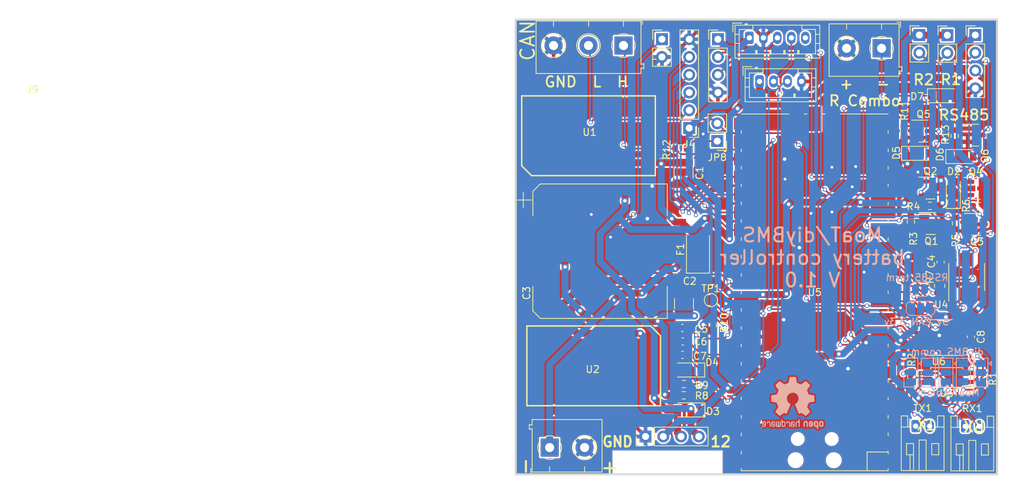
<source format=kicad_pcb>
(kicad_pcb (version 20220427) (generator pcbnew)
  (title_block (comment 4 "AISLER Project ID: UZKCXFGD"))
  (layers (0 "F.Cu" signal) (31 "B.Cu" signal) (34 "B.Paste" user) (35 "F.Paste" user) (36 "B.SilkS" user "B.Silkscreen") (37 "F.SilkS" user "F.Silkscreen") (38 "B.Mask" user) (39 "F.Mask" user) (44 "Edge.Cuts" user))
  (net 0 "")
  (net 1 "VBAT")
  (net 2 "GND")
  (net 3 "+3V3")
  (net 4 "ADC_BAT_U")
  (net 5 "ADC_REF_I")
  (net 6 "ADC_BAT_I")
  (net 7 "+5V")
  (net 8 "+12V")
  (net 9 "Net-(D5-A)")
  (net 10 "Net-(D6-A)")
  (net 11 "Net-(J3-Pin_2)")
  (net 12 "IO1")
  (net 13 "IO2")
  (net 14 "IO3")
  (net 15 "IO4")
  (net 16 "I2C0_SDA")
  (net 17 "I2C0_SCL")
  (net 18 "RESET")
  (net 19 "Net-(J9-Pin_1)")
  (net 20 "Net-(J9-Pin_2)")
  (net 22 "Net-(JP1-A)")
  (net 23 "Net-(JP1-C)")
  (net 24 "Net-(JP2-C)")
  (net 25 "Net-(JP3-C)")
  (net 26 "RX_BAT")
  (net 27 "Net-(JP4-C)")
  (net 28 "Net-(JP5-C)")
  (net 29 "Net-(JP6-B)")
  (net 30 "Net-(JP8-A)")
  (net 31 "RELAY3H")
  (net 32 "Net-(Q1-D)")
  (net 33 "RELAY3L")
  (net 34 "Net-(Q3-D)")
  (net 35 "RELAY1")
  (net 36 "RELAY2")
  (net 37 "TX_BAT")
  (net 38 "Net-(TX1-Pin_1)")
  (net 39 "Net-(TX1-Pin_2)")
  (net 44 "RS485_RX")
  (net 45 "RS485_ENA")
  (net 46 "RS485_TX")
  (net 47 "CAN_TX")
  (net 48 "CAN_RX")
  (net 49 "CAN_S")
  (net 57 "Net-(D3-K)")
  (net 63 "Net-(D2-K)")
  (net 64 "Net-(D2-A)")
  (net 65 "Net-(JP7-C)")
  (net 66 "Net-(J3-Pin_3)")
  (net 67 "Net-(J1-Pin_1)")
  (footprint "Resistor_SMD:R_0603_1608Metric" (layer "F.Cu") (at 99.69 100.28 -90)
    (fp_text reference "R3")
    (fp_text value "R_1M_0603")
  )
  (footprint "Diode_SMD:D_SOD-123" (layer "F.Cu") (at 100.6 90.51)
    (fp_text reference "D5")
    (fp_text value "1N4148")
  )
  (footprint "Resistor_SMD:R_0603_1608Metric" (layer "F.Cu") (at 67.22 125.11)
    (fp_text reference "R8")
    (fp_text value "R_750k_0603")
  )
  (footprint "localstuff:SOD-123FL" (layer "F.Cu") (at 66.93 98.72 -90)
    (fp_text reference "D1")
    (fp_text value "D_TVS_70V")
  )
  (footprint "Connector_PinHeader_2.54mm:PinHeader_1x04_P2.54mm_Vertical" (layer "F.Cu") (at 61.75 131 90)
    (fp_text reference "J12" hide)
    (fp_text value "Conn_01x04")
  )
  (footprint "Connector_PinHeader_2.54mm:PinHeader_1x06_P2.54mm_Vertical" (layer "F.Cu") (at 68 86.9 180)
    (fp_text reference "J4")
    (fp_text value "Conn_01x06")
  )
  (footprint "Connector_JST:JST_PH_S2B-PH-K_1x02_P2.00mm_Horizontal" (layer "F.Cu") (at 107.47 129.55)
    (fp_text reference "RX1")
    (fp_text value "Conn_01x02_Male")
  )
  (footprint "Resistor_SMD:R_1210_3225Metric" (layer "F.Cu") (at 67.25 112 90)
    (fp_text reference "C2")
    (fp_text value "CP_1µ_100V_0805")
  )
  (footprint "TestPoint:TestPoint_Pad_D1.5mm" (layer "F.Cu") (at 71.1 111.5)
    (fp_text reference "TP1")
    (fp_text value "TestPoint")
  )
  (footprint "localstuff:Conn_P5.0mm_2_Lumberg" (layer "F.Cu") (at 48.04 132.58)
    (fp_text reference "J1" hide)
    (fp_text value "Conn_01x02_Female")
  )
  (footprint "Diode_SMD:D_SOD-123" (layer "F.Cu") (at 67.96 121.5 180)
    (fp_text reference "D4")
    (fp_text value "D_Zener_3V3")
  )
  (footprint "Package_TO_SOT_SMD:SOT-23" (layer "F.Cu") (at 102.54 100.55)
    (fp_text reference "Q1")
    (fp_text value "DMN2058U-7")
  )
  (footprint "localstuff:STH05" (layer "F.Cu") (at 54.19 120.9 180)
    (fp_text reference "U2")
    (fp_text value "STH05_12")
  )
  (footprint "Connector_JST:JST_PH_B4B-PH-K_1x04_P2.00mm_Vertical" (layer "F.Cu") (at 78.05 80.23)
    (fp_text reference "J6" hide)
    (fp_text value "Conn_LEM_5")
  )
  (footprint "Diode_SMD:D_SMA" (layer "F.Cu") (at 69.25 104.25 90)
    (fp_text reference "F1")
    (fp_text value "Polyfuse 100V")
  )
  (footprint "Resistor_SMD:R_0603_1608Metric" (layer "F.Cu") (at 109.4 98.09 180)
    (fp_text reference "R6")
    (fp_text value "R_1M_0603")
  )
  (footprint "Resistor_SMD:R_0805_2012Metric" (layer "F.Cu") (at 103.8 109.4575 90)
    (fp_text reference "R7")
    (fp_text value "120R")
  )
  (footprint "Capacitor_SMD:C_0603_1608Metric" (layer "F.Cu") (at 67.025 115.47 180)
    (fp_text reference "C5")
    (fp_text value "CP_100n_50V_0603")
  )
  (footprint "localstuff:Conn_P5.0mm_2_Lumberg" (layer "F.Cu") (at 95.5 75.5 180)
    (fp_text reference "J2" hide)
    (fp_text value "Conn_01x02_Female")
  )
  (footprint "Connector_PinHeader_2.54mm:PinHeader_1x02_P2.54mm_Vertical" (layer "F.Cu") (at 100.9 73.6)
    (fp_text reference "J11" hide)
    (fp_text value "Conn_01x02_Female")
  )
  (footprint "Capacitor_SMD:C_0603_1608Metric" (layer "F.Cu") (at 103.94 106.07 -90)
    (fp_text reference "C4")
    (fp_text value "100nF")
  )
  (footprint "Capacitor_SMD:C_0603_1608Metric" (layer "F.Cu") (at 67.04 119.33 180)
    (fp_text reference "C7")
    (fp_text value "CP_100n_50V_0603")
  )
  (footprint "Package_TO_SOT_SMD:SOT-23" (layer "F.Cu") (at 101.49 87.33)
    (fp_text reference "Q5")
    (fp_text value "DMN2058U-7")
  )
  (footprint "Connector_PinHeader_2.54mm:PinHeader_1x04_P2.54mm_Vertical" (layer "F.Cu") (at 108.9 73.6)
    (fp_text reference "J3" hide)
    (fp_text value "ScrewTerminal")
  )
  (footprint "Package_TO_SOT_SMD:SOT-23" (layer "F.Cu") (at 108.95 95.53)
    (fp_text reference "Q4")
    (fp_text value "XP221P0501TR-G")
  )
  (footprint "Connector_PinHeader_2.54mm:PinHeader_1x02_P2.54mm_Vertical" (layer "F.Cu") (at 72.01 88.765 180)
    (fp_text reference "JP8")
    (fp_text value "Jumper_2_Open")
  )
  (footprint "Diode_SMD:D_SOD-123" (layer "F.Cu") (at 104.3 82.28)
    (fp_text reference "D7")
    (fp_text value "1N4148")
  )
  (footprint "Package_TO_SOT_SMD:SOT-23" (layer "F.Cu") (at 108.73 87.92)
    (fp_text reference "Q6")
    (fp_text value "DMN2058U-7")
  )
  (footprint "localstuff:Conn_P5.0mm_3_Lumberg" (layer "F.Cu") (at 58.6 75.1 180)
    (fp_text reference "J9")
    (fp_text value "Conn_01x03")
  )
  (footprint "Diode_SMD:D_SOD-123" (layer "F.Cu") (at 105.76 96.15 90)
    (fp_text reference "D2")
    (fp_text value "1N4148")
  )
  (footprint "Package_SO:SOIC-8_3.9x4.9mm_P1.27mm" (layer "F.Cu") (at 103.67 116.86 180)
    (fp_text reference "U6")
    (fp_text value "SN65HVD1050D")
  )
  (footprint "Package_SO:SOP-4_4.4x2.6mm_P1.27mm" (layer "F.Cu") (at 104.8 122.57 180)
    (fp_text reference "U3")
    (fp_text value "VOS618A")
  )
  (footprint "Capacitor_SMD:C_0603_1608Metric" (layer "F.Cu") (at 67.07 117.41 180)
    (fp_text reference "C6")
    (fp_text value "CP_100n_50V_0603")
  )
  (footprint "Capacitor_SMD:C_0603_1608Metric" (layer "F.Cu") (at 108.28 116.76 -90)
    (fp_text reference "C8")
    (fp_text value "CP_10µ_16V_0603")
  )
  (footprint "Package_TO_SOT_SMD:SOT-23" (layer "F.Cu") (at 109.01 100.67)
    (fp_text reference "Q3")
    (fp_text value "DMN2058U-7")
  )
  (footprint "Connector_JST:JST_PH_B5B-PH-K_1x05_P2.00mm_Vertical" (layer "F.Cu") (at 76.6 74)
    (fp_text reference "J10" hide)
    (fp_text value "Conn_LEM_3")
  )
  (footprint "Diode_SMD:D_SOD-123" (layer "F.Cu") (at 67.99 127.2 180)
    (fp_text reference "D3")
    (fp_text value "D_Schottky")
  )
  (footprint "Resistor_SMD:R_0603_1608Metric" (layer "F.Cu") (at 66.81 89.83)
    (fp_text reference "R12")
    (fp_text value "R_120_0603")
  )
  (footprint "Resistor_SMD:R_0603_1608Metric" (layer "F.Cu") (at 98.69 87.44 -90)
    (fp_text reference "R11")
    (fp_text value "R_1M_0603")
  )
  (footprint "Connector_PinHeader_2.54mm:PinHeader_1x04_P2.54mm_Vertical" (layer "F.Cu") (at 72.1 74.2)
    (fp_text reference "J5" hide)
    (fp_text value "Conn_01x04")
  )
  (footprint "Resistor_SMD:R_0603_1608Metric" (layer "F.Cu") (at 99.75 122.46 90)
    (fp_text reference "R2")
    (fp_text value "R_2k2_0603")
  )
  (footprint "Resistor_SMD:R_0603_1608Metric" (layer "F.Cu") (at 106.14 100.52 -90)
    (fp_text reference "R5")
    (fp_text value "R_1M_0603")
  )
  (footprint "Resistor_SMD:R_0603_1608Metric" (layer "F.Cu") (at 105.95 88.02 -90)
    (fp_text reference "R13")
    (fp_text value "R_1M_0603")
  )
  (footprint "Resistor_SMD:R_1210_3225Metric" (layer "F.Cu") (at 67.2 93.32 -90)
    (fp_text reference "C1")
    (fp_text value "CP_1µ_100V_0805")
  )
  (footprint "pico:RPi_Pico_SMD_TH" (layer "F.Cu") (at 85.94 110.39 180)
    (fp_text reference "U5")
    (fp_text value "Pico")
  )
  (footprint "Resistor_SMD:R_0603_1608Metric" (layer "F.Cu") (at 102.39 98.03 180)
    (fp_text reference "R4")
    (fp_text value "R_1M_0603")
  )
  (footprint "localstuff:CP_Elec_19x19" (layer "F.Cu") (at 55.25 104.5)
    (fp_text reference "C3")
    (fp_text value "CP_330µ_100V_1210")
  )
  (footprint "Resistor_SMD:R_0603_1608Metric" (layer "F.Cu") (at 67.23 123.5 180)
    (fp_text reference "R9")
    (fp_text value "R_36k_0603_1")
  )
  (footprint "Package_TO_SOT_SMD:SOT-23" (layer "F.Cu") (at 102.48 95.48)
    (fp_text reference "Q2")
    (fp_text value "XP221P0501TR-G")
  )
  (footprint "Connector_PinHeader_2.54mm:PinHeader_1x02_P2.54mm_Vertical" (layer "F.Cu") (at 104.9 73.625)
    (fp_text reference "J8" hide)
    (fp_text value "Conn_01x02_Female")
  )
  (footprint "Connector_PinHeader_2.54mm:PinHeader_1x02_P2.54mm_Vertical" (layer "F.Cu") (at 64.1 74.2)
    (fp_text reference "J7" hide)
    (fp_text value "Conn_01x02_Male")
  )
  (footprint "Resistor_SMD:R_0603_1608Metric" (layer "F.Cu") (at 71.35 115.08 90)
    (fp_text reference "R10")
    (fp_text value "R_10k_0603")
  )
  (footprint "Package_SO:SOIC-8_3.9x4.9mm_P1.27mm" (layer "F.Cu") (at 107.67 108.2 90)
    (fp_text reference "U4")
    (fp_text value "SN65HVD75DR")
  )
  (footprint "Connector_JST:JST_PH_S2B-PH-K_1x02_P2.00mm_Horizontal" (layer "F.Cu") (at 100.37 129.51)
    (fp_text reference "TX1")
    (fp_text value "Conn_01x02_Male")
  )
  (footprint "Diode_SMD:D_SOD-123" (layer "F.Cu") (at 106.93 90.98)
    (fp_text reference "D6")
    (fp_text value "1N4148")
  )
  (footprint "localstuff:STH05" (layer "F.Cu") (at 53.75 88)
    (fp_text reference "U1")
    (fp_text value "STH05_5V")
  )
  (footprint "Resistor_SMD:R_0603_1608Metric" (layer "F.Cu") (at 110 122.75 -90)
    (fp_text reference "R1")
    (fp_text value "R_220_0603")
  )
  (footprint "Jumper:SolderJumper-3_P1.3mm_Open_Pad1.0x1.5mm" (layer "B.Cu") (at 107.19 121.86 -90)
    (fp_text reference "JP2" hide)
    (fp_text value "SolderJumper_3_Bridged12")
  )
  (footprint "Jumper:SolderJumper-3_P1.3mm_Open_Pad1.0x1.5mm" (layer "B.Cu") (at 102.19 121.86 -90)
    (fp_text reference "JP3" hide)
    (fp_text value "SolderJumper_3_Bridged12")
  )
  (footprint "Jumper:SolderJumper-3_P1.3mm_Open_Pad1.0x1.5mm" (layer "B.Cu") (at 99.69 121.86 -90)
    (fp_text reference "JP5" hide)
    (fp_text value "SolderJumper_3_Bridged12")
  )
  (footprint "Symbol:OSHW-Logo2_9.8x8mm_Copper" (layer "B.Cu") (at 82.8 126.2 180)
    (fp_text reference "REF**" hide)
    (fp_text value "OSHW-Logo2_9.8x8mm_Copper" hide)
  )
  (footprint "Jumper:SolderJumper-3_P1.3mm_Bridged12_RoundedPad1.0x1.5mm" (layer "B.Cu") (at 101.08 112.68 180)
    (fp_text reference "JP7" hide)
    (fp_text value "CANBUS Volt Select")
  )
  (footprint "Jumper:SolderJumper-3_P1.3mm_Open_Pad1.0x1.5mm" (layer "B.Cu") (at 104.69 121.86 -90)
    (fp_text reference "JP4" hide)
    (fp_text value "SolderJumper_3_Bridged12")
  )
  (footprint "Jumper:SolderJumper-3_P1.3mm_Open_Pad1.0x1.5mm" (layer "B.Cu") (at 109.69 121.86 -90)
    (fp_text reference "JP1" hide)
    (fp_text value "SolderJumper_3_Bridged12")
  )
  (footprint "Symbol:OSHW-Logo2_9.8x8mm_SilkScreen" (layer "B.Cu") (at 82.8 126.2 180)
    (fp_text reference "REF**" hide)
    (fp_text value "OSHW-Logo2_9.8x8mm_SilkScreen" hide)
  )
  (footprint "Jumper:SolderJumper-2_P1.3mm_Open_RoundedPad1.0x1.5mm" (layer "B.Cu") (at 101 109.95)
    (fp_text reference "JP6" hide)
    (fp_text value "OptTermination")
  )
  (gr_rect (start 43.2 71.4) (end 112 136.4) (stroke (width 0.3)) (fill none) (layer "Edge.Cuts"))
  (gr_text "MoaT comm" (at 105.05 124.71) (layer "B.SilkS") (effects (font (size 1 1)) (justify mirror)))
  (gr_text "MoaT/diyBMS\nbattery controller\nV 1.0" (at 85.6 105.42) (layer "B.SilkS") (effects (font (size 2 2) (thickness 0.3)) (justify mirror)))
  (gr_text "RS485 term" (at 100.56 108.28) (layer "B.SilkS") (effects (font (size 1 1)) (justify mirror)))
  (gr_text "5v CAN 3.3v" (at 100.5 114.6) (layer "B.SilkS") (effects (font (size 1 1)) (justify mirror)))
  (gr_text "diyBMS comm" (at 104.88 118.9) (layer "B.SilkS") (effects (font (size 1 1)) (justify mirror)))
  (gr_text "GND" (at 57.75 131.75) (layer "F.SilkS") (effects (font (size 1.5 1.4) (thickness 0.3) bold)))
  (gr_text "R2" (at 101.52 80) (layer "F.SilkS") (effects (font (size 1.5 1.5) (thickness 0.25) bold)))
  (gr_text "RS485" (at 107.28 85.03) (layer "F.SilkS") (effects (font (size 1.5 1.5) (thickness 0.25) bold)))
  (gr_text "RX" (at 108.72 129.5 180) (layer "F.SilkS") (effects (font (size 1.5 1.5) (thickness 0.25) bold)))
  (gr_text "GND  L  H" (at 53.3 80.3) (layer "F.SilkS") (effects (font (size 1.5 1.5) (thickness 0.25) bold)))
  (gr_text "TX" (at 101.81 129.21 180) (layer "F.SilkS") (effects (font (size 1.5 1.5) (thickness 0.25) bold)))
  (gr_text "R1" (at 105.41 79.96) (layer "F.SilkS") (effects (font (size 1.5 1.5) (thickness 0.25) bold)))
  (gr_text "12" (at 72.5 131.75) (layer "F.SilkS") (effects (font (size 1.5 1.5) (thickness 0.3) bold)))
  (gr_text "+   -\nR Combo" (at 93.1 81.8) (layer "F.SilkS") (effects (font (size 1.5 1.5) (thickness 0.25) bold)))
  (gr_text "-" (at 44.5 135.27 90) (layer "F.SilkS") (effects (font (size 2 2) (thickness 0.3))))
  (gr_text "+" (at 56.63 135.39) (layer "F.SilkS") (effects (font (size 2 2) (thickness 0.3))))
  (gr_text "CAN" (at 44.9 74.4 90) (layer "F.SilkS") (effects (font (size 2 2) (thickness 0.25))))
  (segment (start 59.27 114.55) (end 63.45 114.55) (width 1) (layer "F.Cu") (net 1))
  (segment (start 49.79 93.23) (end 48.67 94.35) (width 1) (layer "F.Cu") (net 1))
  (segment (start 67.25 113.4625) (end 67.5375 113.75) (width 1) (layer "F.Cu") (net 1))
  (segment (start 48.91 104.14) (end 48.91 94.59) (width 1) (layer "F.Cu") (net 1))
  (segment (start 63.9575 91.8575) (end 54.3425 91.8575) (width 1) (layer "F.Cu") (net 1))
  (segment (start 66.0078 100.3583) (end 65.5 99.8505) (width 1) (layer "F.Cu") (net 1))
  (segment (start 68.8217 102.25) (end 66.93 100.3583) (width 1) (layer "F.Cu") (net 1))
  (segment (start 66.93 100.3583) (end 66.0078 100.3583) (width 1) (layer "F.Cu") (net 1))
  (segment (start 64.61 125.11) (end 64.5 125) (width 1) (layer "F.Cu") (net 1))
  (segment (start 63.9575 91.8575) (end 63.9575 91.9575) (width 1) (layer "F.Cu") (net 1))
  (segment (start 53.95 114.55) (end 52.4 113) (width 1) (layer "F.Cu") (net 1))
  (segment (start 48.91 94.59) (end 48.67 94.35) (width 1) (layer "F.Cu") (net 1))
  (segment (start 66.395 125.11) (end 64.61 125.11) (width 1) (layer "F.Cu") (net 1))
  (segment (start 59.27 114.55) (end 53.95 114.55) (width 1) (layer "F.Cu") (net 1))
  (segment (start 63.45 114.55) (end 63.5 114.5) (width 1) (layer "F.Cu") (net 1))
  (segment (start 48.55 104.5) (end 48.91 104.14) (width 1) (layer "F.Cu") (net 1))
  (segment (start 67.2 91.8575) (end 63.9575 91.8575) (width 1) (layer "F.Cu") (net 1))
  (segment (start 50.25 106.2) (end 50.25 106.75) (width 1) (layer "F.Cu") (net 1))
  (segment (start 52.97 93.23) (end 49.79 93.23) (width 1) (layer "F.Cu") (net 1))
  (segment (start 69.25 102.25) (end 68.8217 102.25) (width 1) (layer "F.Cu") (net 1))
  (segment (start 63.9575 91.9575) (end 64 92) (width 1) (layer "F.Cu") (net 1))
  (segment (start 48.55 104.5) (end 50.25 106.2) (width 1) (layer "F.Cu") (net 1))
  (segment (start 67.5375 113.75) (end 68.75 113.75) (width 1) (layer "F.Cu") (net 1))
  (segment (start 54.3425 91.8575) (end 52.97 93.23) (width 1) (layer "F.Cu") (net 1))
  (via (at 68.75 113.75) (size 0.8) (drill 0.5) (layers "F.Cu" "B.Cu") (net 1))
  (via (at 63.5 114.5) (size 0.8) (drill 0.5) (layers "F.Cu" "B.Cu") (net 1))
  (via (at 50.25 106.75) (size 0.8) (drill 0.5) (layers "F.Cu" "B.Cu") (net 1))
  (via (at 52.4 113) (size 0.8) (drill 0.5) (layers "F.Cu" "B.Cu") (net 1))
  (via (at 64.5 125) (size 0.8) (drill 0.5) (layers "F.Cu" "B.Cu") (net 1))
  (via (at 65.5 99.8505) (size 0.8) (drill 0.5) (layers "F.Cu" "B.Cu") (net 1))
  (via (at 64 92) (size 0.8) (drill 0.5) (layers "F.Cu" "B.Cu") (net 1))
  (segment (start 64 98.3505) (end 64 92) (width 1) (layer "B.Cu") (net 1))
  (segment (start 50.25 110.85) (end 52.4 113) (width 1) (layer "B.Cu") (net 1))
  (segment (start 65.5 99.8505) (end 64 98.3505) (width 1) (layer "B.Cu") (net 1))
  (segment (start 64.25 113.75) (end 68.75 113.75) (width 1) (layer "B.Cu") (net 1))
  (segment (start 64.5 125) (end 64.5 115.5) (width 1) (layer "B.Cu") (net 1))
  (segment (start 63.5 114.5) (end 64.25 113.75) (width 1) (layer "B.Cu") (net 1))
  (segment (start 50.25 106.75) (end 50.25 110.85) (width 1) (layer "B.Cu") (net 1))
  (segment (start 64.5 115.5) (end 63.5 114.5) (width 1) (layer "B.Cu") (net 1))
  (segment (start 100.5525 88.28) (end 103.610666 88.28) (width 0.5) (layer "F.Cu") (net 2))
  (segment (start 53.04 132.58) (end 56.73 128.89) (width 0.5) (layer "F.Cu") (net 2))
  (segment (start 78.6 74) (end 78.6 73.965019) (width 0.5) (layer "F.Cu") (net 2))
  (segment (start 77.05 104.04) (end 81.923522 104.04) (width 0.5) (layer "F.Cu") (net 2))
  (segment (start 99.69 101.105) (end 96.755 104.04) (width 0.5) (layer "F.Cu") (net 2))
  (segment (start 98.69 88.265) (end 100.5375 88.265) (width 0.5) (layer "F.Cu") (net 2))
  (segment (start 90.25 121.75) (end 90.7 121.3) (width 0.5) (layer "F.Cu") (net 2))
  (segment (start 75.370666 116.74) (end 73.899501 115.268835) (width 0.5) (layer "F.Cu") (net 2))
  (segment (start 56.73 128.89) (end 56.73 127.25) (width 0.5) (layer "F.Cu") (net 2))
  (segment (start 69.300499 91.827413) (end 69.827413 91.300499) (width 0.5) (layer "F.Cu") (net 2))
  (segment (start 104.499501 88.500499) (end 104.155 88.845) (width 0.5) (layer "F.Cu") (net 2))
  (segment (start 59.670489 77.389511) (end 63.450489 77.389511) (width 0.5) (layer "F.Cu") (net 2))
  (segment (start 109.575 105.725) (end 109.699501 105.600499) (width 0.5) (layer "F.Cu") (net 2))
  (segment (start 66.405 123.5) (end 66.405 121.595) (width 0.5) (layer "F.Cu") (net 2))
  (segment (start 104.155 88.845) (end 105.95 88.845) (width 0.5) (layer "F.Cu") (net 2))
  (segment (start 96.755 104.04) (end 94.83 104.04) (width 0.5) (layer "F.Cu") (net 2))
  (segment (start 106.14 101.345) (end 105.985 101.5) (width 0.5) (layer "F.Cu") (net 2))
  (segment (start 94.83 116.74) (end 94.119259 116.74) (width 0.5) (layer "F.Cu") (net 2))
  (segment (start 69.827413 91.300499) (end 77.010499 91.300499) (width 0.5) (layer "F.Cu") (net 2))
  (segment (start 77.05 91.34) (end 90.46 91.34) (width 0.5) (layer "F.Cu") (net 2))
  (segment (start 85.77 80.23) (end 84.05 80.23) (width 0.5) (layer "F.Cu") (net 2))
  (segment (start 100.5375 88.265) (end 100.5525 88.28) (width 0.5) (layer "F.Cu") (net 2))
  (segment (start 104.155 88.824334) (end 104.155 88.845) (width 0.5) (layer "F.Cu") (net 2))
  (segment (start 64.1 76.74) (end 65.46 76.74) (width 0.5) (layer "F.Cu") (net 2))
  (segment (start 109.230167 103.599501) (end 108.568835 103.599501) (width 0.5) (layer "F.Cu") (net 2))
  (segment (start 106.185 117.535) (end 106.145 117.495) (width 0.5) (layer "F.Cu") (net 2))
  (segment (start 66.25 115.47) (end 66.25 117.365) (width 0.5) (layer "F.Cu") (net 2))
  (segment (start 90.25 124.86) (end 90.25 121.75) (width 0.5) (layer "F.Cu") (net 2))
  (segment (start 67.2 94.7825) (end 67.2 96.8117) (width 0.5) (layer "F.Cu") (net 2))
  (segment (start 63.450489 77.389511) (end 64.1 76.74) (width 0.5) (layer "F.Cu") (net 2))
  (segment (start 65.30548 112.48202) (end 65.30548 114.52548) (width 0.5) (layer "F.Cu") (net 2))
  (segment (start 108.0725 101.62) (end 106.415 101.62) (width 0.5) (layer "F.Cu") (net 2))
  (segment (start 61.95 104.5) (end 61.95 99.906502) (width 0.5) (layer "F.Cu") (net 2))
  (segment (start 66.405 123.5) (end 62.5 123.5) (width 0.5) (layer "F.Cu") (net 2))
  (segment (start 103.610666 88.28) (end 104.155 88.824334) (width 0.5) (layer "F.Cu") (net 2))
  (segment (start 105.985 101.5) (end 101.6025 101.5) (width 0.5) (layer "F.Cu") (net 2))
  (segment (start 108.28 117.535) (end 106.185 117.535) (width 0.5) (layer "F.Cu") (net 2))
  (segment (start 77.05 116.74) (end 79.489501 114.300499) (width 0.5) (layer "F.Cu") (net 2))
  (segment (start 106.145 117.495) (end 104.69969 117.495) (width 0.5) (layer "F.Cu") (net 2))
  (segment (start 106.415 101.62) (end 106.14 101.345) (width 0.5) (layer "F.Cu") (net 2))
  (segment (start 69.57452 72.62548) (end 68 74.2) (width 0.5) (layer "F.Cu") (net 2))
  (segment (start 57.864511 128.384511) (end 60.404511 128.384511) (width 0.5) (layer "F.Cu") (net 2))
  (segment (start 66.25 117.365) (end 66.295 117.41) (width 0.5) (layer "F.Cu") (net 2))
  (segment (start 65.30548 114.52548) (end 66.25 115.47) (width 0.5) (layer "F.Cu") (net 2))
  (segment (start 94.119259 116.74) (end 93.277284 117.581975) (width 0.5) (layer "F.Cu") (net 2))
  (segment (start 108.0725 103.103166) (end 108.0725 101.62) (width 0.5) (layer "F.Cu") (net 2))
  (segment (start 108.724039 107.19952) (end 104.29452 107.19952) (width 0.5) (layer "F.Cu") (net 2))
  (segment (start 73.899501 115.068835) (end 72.705176 113.87451) (width 0.5) (layer "F.Cu") (net 2))
  (segment (start 90.5 91.3) (end 90.54 91.34) (width 0.5) (layer "F.Cu") (net 2))
  (segment (start 60.404511 128.384511) (end 61.019511 127.769511) (width 0.5) (layer "F.Cu") (net 2))
  (segment (start 61.75 131) (end 60.404511 129.654511) (width 0.5) (layer "F.Cu") (net 2))
  (segment (start 69.300499 92.682001) (end 69.300499 91.827413) (width 0.5) (layer "F.Cu") (net 2))
  (segment (start 61.019511 124.980489) (end 61.019511 127.769511) (width 0.5) (layer "F.Cu") (net 2))
  (segment (start 66.265 119.33) (end 66.265 121.455) (width 0.5) (layer "F.Cu") (net 2))
  (segment (start 48.6 75.1) (end 48.6 77.68) (width 0.5) (layer "F.Cu") (net 2))
  (segment (start 105.95 82.28) (end 107.84 82.28) (width 0.5) (layer "F.Cu") (net 2))
  (segment (start 87.62548 72.62548) (end 90.5 75.5) (width 0.5) (layer "F.Cu") (net 2))
  (segment (start 109.575 106.348559) (end 108.724039 107.19952) (width 0.5) (layer "F.Cu") (net 2))
  (segment (start 60.404511 129.654511) (end 60.404511 128.384511) (width 0.5) (layer "F.Cu") (net 2))
  (segment (start 72.072288 113.35548) (end 70.06798 113.35548) (width 0.5) (layer "F.Cu") (net 2))
  (segment (start 97.979511 90.149511) (end 96.789022 91.34) (width 0.5) (layer "F.Cu") (net 2))
  (segment (start 90.46 91.34) (end 90.5 91.3) (width 0.5) (layer "F.Cu") (net 2))
  (segment (start 70.06798 113.35548) (end 67.25 110.5375) (width 0.5) (layer "F.Cu") (net 2))
  (segment (start 90.54 91.34) (end 94.83 91.34) (width 0.5) (layer "F.Cu") (net 2))
  (segment (start 79.489501 114.300499) (end 81.500499 114.300499) (width 0.5) (layer "F.Cu") (net 2))
  (segment (start 93.277284 116.560476) (end 93.277284 117.581975) (width 0.5) (layer "F.Cu") (net 2))
  (segment (start 105.95 88.845) (end 107.7675 88.845) (width 0.5) (layer "F.Cu") (net 2))
  (segment (start 62.7 95.2) (end 66.7825 95.2) (width 0.5) (layer "F.Cu") (net 2))
  (segment (start 92.2 104) (end 92.16 104.04) (width 0.5) (layer "F.Cu") (net 2))
  (segment (start 105.95 82.45) (end 105.3 83.1) (width 0.5) (layer "F.Cu") (net 2))
  (segment (start 91.017307 114.300499) (end 93.277284 116.560476) (width 0.5) (layer "F.Cu") (net 2))
  (segment (start 105.95 82.28) (end 105.95 82.45) (width 0.5) (layer "F.Cu") (net 2))
  (segment (start 94.83 104.04) (end 92.26 104.04) (width 0.5) (layer "F.Cu") (net 2))
  (segment (start 77.260461 72.62548) (end 69.57452 72.62548) (width 0.5) (layer "F.Cu") (net 2))
  (segment (start 66.405 121.595) (end 66.31 121.5) (width 0.5) (layer "F.Cu") (net 2))
  (segment (start 104.69969 117.495) (end 103.751727 116.547037) (width 0.5) (layer "F.Cu") (net 2))
  (segment (start 66.295 117.41) (end 66.295 119.3) (width 0.5) (layer "F.Cu") (net 2))
  (segment (start 81.64 91.34) (end 81.56 91.42) (width 0.5) (layer "F.Cu") (net 2))
  (segment (start 72.591318 113.87451) (end 72.072288 113.35548) (width 0.5) (layer "F.Cu") (net 2))
  (segment (start 92.16 104.04) (end 81.923522 104.04) (width 0.5) (layer "F.Cu") (net 2))
  (segment (start 101.6025 101.5) (end 100.085 101.5) (width 0.5) (layer "F.Cu") (net 2))
  (segment (start 98.69 88.265) (end 97.979511 88.975489) (width 0.5) (layer "F.Cu") (net 2))
  (segment (start 66.7825 95.2) (end 67.2 94.7825) (width 0.5) (layer "F.Cu") (net 2))
  (segment (start 109.575 105.725) (end 109.575 106.348559) (width 0.5) (layer "F.Cu") (net 2))
  (segment (start 73.899501 115.268835) (end 73.899501 115.068835) (width 0.5) (layer "F.Cu") (net 2))
  (segment (start 65.46 76.74) (end 68 74.2) (width 0.5) (layer "F.Cu") (net 2))
  (segment (start 104.29452 107.19952) (end 103.94 106.845) (width 0.5) (layer "F.Cu") (net 2))
  (segment (start 51.21 81.65) (end 56.29 81.65) (width 0.5) (layer "F.Cu") (net 2))
  (segment (start 109.699501 105.600499) (end 109.699501 104.068835) (width 0.5) (layer "F.Cu") (net 2))
  (segment (start 97.979511 88.975489) (end 97.979511 90.149511) (width 0.5) (layer "F.Cu") (net 2))
  (segment (start 94.83 129.44) (end 90.25 124.86) (width 0.5) (layer "F.Cu") (net 2))
  (segment (start 61.95 99.906502) (end 62.006002 99.8505) (width 0.5) (layer "F.Cu") (net 2))
  (segment (start 62.5 123.5) (end 61.019511 124.980489) (width 0.5) (layer "F.Cu") (net 2))
  (segment (start 79.97452 72.62548) (end 87.62548 72.62548) (width 0.5) (layer "F.Cu") (net 2))
  (segment (start 109.699501 104.068835) (end 109.230167 103.599501) (width 0.5) (layer "F.Cu") (net 2))
  (segment (start 108.568835 103.599501) (end 108.0725 103.103166) (width 0.5) (layer "F.Cu") (net 2))
  (segment (start 56.73 127.25) (end 57.864511 128.384511) (width 0.5) (layer "F.Cu") (net 2))
  (segment (start 72.705176 113.87451) (end 72.591318 113.87451) (width 0.5) (layer "F.Cu") (net 2))
  (segment (start 56.29 80.77) (end 59.670489 77.389511) (width 0.5) (layer "F.Cu") (net 2))
  (segment (start 98.5 120.6) (end 101.8 120.6) (width 0.5) (layer "F.Cu") (net 2))
  (segment (start 51.65 127.25) (end 56.73 127.25) (width 0.5) (layer "F.Cu") (net 2))
  (segment (start 67.25 110.5375) (end 65.30548 112.48202) (width 0.5) (layer "F.Cu") (net 2))
  (segment (start 86.5 121.3) (end 90.7 121.3) (width 0.5) (layer "F.Cu") (net 2))
  (segment (start 67.2 94.7825) (end 69.300499 92.682001) (width 0.5) (layer "F.Cu") (net 2))
  (segment (start 67.2 96.8117) (end 66.93 97.0817) (width 0.5) (layer "F.Cu") (net 2))
  (segment (start 66.295 119.3) (end 66.265 119.33) (width 0.5) (layer "F.Cu") (net 2))
  (segment (start 78.6 74) (end 79.97452 72.62548) (width 0.5) (layer "F.Cu") (net 2))
  (segment (start 48.6 77.68) (end 51.21 80.29) (width 0.5) (layer "F.Cu") (net 2))
  (segment (start 78.6 73.965019) (end 77.260461 72.62548) (width 0.5) (layer "F.Cu") (net 2))
  (segment (start 101.8 120.6) (end 103.3 119.1) (width 0.5) (layer "F.Cu") (net 2))
  (segment (start 77.05 116.74) (end 75.370666 116.74) (width 0.5) (layer "F.Cu") (net 2))
  (segment (start 81.500499 114.300499) (end 91.017307 114.300499) (width 0.5) (layer "F.Cu") (net 2))
  (segment (start 66.265 121.455) (end 66.31 121.5) (width 0.5) (layer "F.Cu") (net 2))
  (segment (start 96.789022 91.34) (end 94.83 91.34) (width 0.5) (layer "F.Cu") (net 2))
  (segment (start 107.84 82.28) (end 108.9 81.22) (width 0.5) (layer "F.Cu") (net 2))
  (segment (start 77.05 129.44) (end 78.36 129.44) (width 0.5) (layer "F.Cu") (net 2))
  (segment (start 90.5 75.5) (end 85.77 80.23) (width 0.5) (layer "F.Cu") (net 2))
  (segment (start 78.36 129.44) (end 86.5 121.3) (width 0.5) (layer "F.Cu") (net 2))
  (segment (start 107.7675 88.845) (end 107.7925 88.87) (width 0.5) (layer "F.Cu") (net 2))
  (segment (start 77.010499 91.300499) (end 77.05 91.34) (width 0.5) (layer "F.Cu") (net 2))
  (segment (start 56.29 81.65) (end 56.29 80.77) (width 0.5) (layer "F.Cu") (net 2))
  (segment (start 100.085 101.5) (end 99.69 101.105) (width 0.5) (layer "F.Cu") (net 2))
  (segment (start 51.21 80.29) (end 51.21 81.65) (width 0.5) (layer "F.Cu") (net 2))
  (via (at 56.75 102.5) (size 0.6) (drill 0.4) (layers "F.Cu" "B.Cu") (net 2))
  (via (at 93.277284 117.581975) (size 0.8) (drill 0.5) (layers "F.Cu" "B.Cu") (net 2))
  (via (at 85.4245 99.1) (size 0.6) (drill 0.4) (layers "F.Cu" "B.Cu") (net 2))
  (via (at 100.7 93.2) (size 0.6) (drill 0.4) (layers "F.Cu" "B.Cu") (net 2))
  (via (at 103.751727 116.547037) (size 0.8) (drill 0.5) (layers "F.Cu" "B.Cu") (net 2))
  (via (at 90.7 121.3) (size 0.8) (drill 0.5) (layers "F.Cu" "B.Cu") (net 2))
  (via (at 54 99.25) (size 0.6) (drill 0.4) (layers "F.Cu" "B.Cu") (net 2))
  (via (at 81.7 94.2) (size 0.6) (drill 0.4) (layers "F.Cu" "B.Cu") (net 2))
  (via (at 98.2 112.6) (size 0.6) (drill 0.4) (layers "F.Cu" "B.Cu") (net 2))
  (via (at 62.7 95.2) (size 0.8) (drill 0.5) (layers "F.Cu" "B.Cu") (net 2))
  (via (at 88.4 98.9) (size 0.6) (drill 0.4) (layers "F.Cu" "B.Cu") (net 2))
  (via (at 81.500499 114.300499) (size 0.8) (drill 0.5) (layers "F.Cu" "B.Cu") (net 2))
  (via (at 98.5 120.6) (size 0.8) (drill 0.5) (layers "F.Cu" "B.Cu") (net 2))
  (via (at 73.25 112) (size 0.6) (drill 0.4) (layers "F.Cu" "B.Cu") (net 2))
  (via (at 81.64 91.34) (size 0.8) (drill 0.5) (layers "F.Cu" "B.Cu") (net 2))
  (via (at 105.3 83.1) (size 0.8) (drill 0.5) (layers "F.Cu" "B.Cu") (net 2))
  (via (at 93 107.5) (size 0.6) (drill 0.4) (layers "F.Cu" "B.Cu") (net 2))
  (via (at 103.3 119.1) (size 0.6) (drill 0.4) (layers "F.Cu" "B.Cu") (net 2))
  (via (at 104.499501 88.500499) (size 0.8) (drill 0.5) (layers "F.Cu" "B.Cu") (net 2))
  (via (at 83.75 104) (size 0.8) (drill 0.5) (layers "F.Cu" "B.Cu") (net 2))
  (via (at 62.006002 99.8505) (size 0.8) (drill 0.5) (layers "F.Cu" "B.Cu") (net 2))
  (via (at 91.8 92.4) (size 0.6) (drill 0.4) (layers "F.Cu" "B.Cu") (net 2))
  (via (at 70 87.75) (size 0.6) (drill 0.4) (layers "F.Cu" "B.Cu") (net 2))
  (via (at 88.4 92.5) (size 0.6) (drill 0.4) (layers "F.Cu" "B.Cu") (net 2))
  (via (at 91.3 95.3) (size 0.6) (drill 0.4) (layers "F.Cu" "B.Cu") (net 2))
  (via (at 92.4 102.3) (size 0.6) (drill 0.4) (layers "F.Cu" "B.Cu") (net 2))
  (via (at 102.8 93.8) (size 0.6) (drill 0.4) (layers "F.Cu" "B.Cu") (net 2))
  (segment (start 95.8 119.7) (end 95.8 123.3) (width 0.5) (layer "B.Cu") (net 2))
  (segment (start 81.500499 114.300499) (end 83.75 112.050998) (width 0.5) (layer "B.Cu") (net 2))
  (segment (start 97.250489 118.249511) (end 95.8 119.7) (width 0.5) (layer "B.Cu") (net 2))
  (segment (start 81.56 91.42) (end 84 93.86) (width 0.5) (layer "B.Cu") (net 2))
  (segment (start 93.194101 119.434101) (end 92.565899 119.434101) (width 0.5) (layer "B.Cu") (net 2))
  (segment (start 69.9 76.1) (end 69.9 79.62) (width 0.5) (layer "B.Cu") (net 2))
  (segment (start 104.499501 88.500499) (end 105.3 87.7) (width 0.5) (layer "B.Cu") (net 2))
  (segment (start 62.7 78.14) (end 62.7 95.2) (width 0.5) (layer "B.Cu") (net 2))
  (segment (start 69.9 79.62) (end 72.1 81.82) (width 0.5) (layer "B.Cu") (net 2))
  (segment (start 99.69 120.56) (end 98.54 120.56) (width 0.5) (layer "B.Cu") (net 2))
  (segment (start 84 103.75) (end 83.75 104) (width 0.5) (layer "B.Cu") (net 2))
  (segment (start 68 74.2) (end 69.9 76.1) (width 0.5) (layer "B.Cu") (net 2))
  (segment (start 101.630666 126.75) (end 103.299501 125.081165) (width 0.5) (layer "B.Cu") (net 2))
  (segment (start 107.19 120.56) (end 106.94 120.56) (width 0.5) (layer "B.Cu") (net 2))
  (segment (start 84 93.86) (end 84 103.75) (width 0.5) (layer "B.Cu") (net 2))
  (segment (start 104.580499 118.200499) (end 102.699501 118.200499) (width 0.5) (layer "B.Cu") (net 2))
  (segment (start 95.8 119.7) (end 95.534101 119.434101) (width 0.5) (layer "B.Cu") (net 2))
  (segment (start 102.699501 118.200499) (end 102.699501 117.599263) (width 0.5) (layer "B.Cu") (net 2))
  (segment (start 103.299501 124.831165) (end 104.69 123.440666) (width 0.5) (layer "B.Cu") (net 2))
  (segment (start 102.650489 118.249511) (end 97.250489 118.249511) (width 0.5) (layer "B.Cu") (net 2))
  (segment (start 95.8 123.3) (end 99.25 126.75) (width 0.5) (layer "B.Cu") (net 2))
  (segment (start 104.69 123.440666) (end 104.69 123.16) (width 0.5) (layer "B.Cu") (net 2))
  (segment (start 83.75 112.050998) (end 83.75 104) (width 0.5) (layer "B.Cu") (net 2))
  (segment (start 102.699501 118.200499) (end 102.650489 118.249511) (width 0.5) (layer "B.Cu") (net 2))
  (segment (start 62.7 95.2) (end 62.7 99.156502) (width 0.5) (layer "B.Cu") (net 2))
  (segment (start 93.194101 119.434101) (end 93.194101 117.665158) (width 0.5) (layer "B.Cu") (net 2))
  (segment (start 95.534101 119.434101) (end 93.194101 119.434101) (width 0.5) (layer "B.Cu") (net 2))
  (segment (start 64.1 76.74) (end 62.7 78.14) (width 0.5) (layer "B.Cu") (net 2))
  (segment (start 99.25 126.75) (end 101.630666 126.75) (width 0.5) (layer "B.Cu") (net 2))
  (segment (start 105.3 87.7) (end 105.3 83.1) (width 0.5) (layer "B.Cu") (net 2))
  (segment (start 92.565899 119.434101) (end 90.7 121.3) (width 0.5) (layer "B.Cu") (net 2))
  (segment (start 93.194101 117.665158) (end 93.277284 117.581975) (width 0.5) (layer "B.Cu") (net 2))
  (segment (start 62.7 99.156502) (end 62.006002 99.8505) (width 0.5) (layer "B.Cu") (net 2))
  (segment (start 103.299501 125.081165) (end 103.299501 124.831165) (width 0.5) (layer "B.Cu") (net 2))
  (segment (start 102.699501 117.599263) (end 103.751727 116.547037) (width 0.5) (layer "B.Cu") (net 2))
  (segment (start 106.94 120.56) (end 104.580499 118.200499) (width 0.5) (layer "B.Cu") (net 2))
  (segment (start 98.54 120.56) (end 98.5 120.6) (width 0.5) (layer "B.Cu") (net 2))
  (segment (start 100.75 125.5) (end 101.097386 125.847386) (width 1) (layer "F.Cu") (net 3))
  (segment (start 71.35 115.905) (end 70.905 115.905) (width 1) (layer "F.Cu") (net 3))
  (segment (start 77.709022 124.36) (end 82.569022 119.5) (width 1) (layer "F.Cu") (net 3))
  (segment (start 101.097386 125.847386) (end 104.652614 125.847386) (width 1) (layer "F.Cu") (net 3))
  (segment (start 82.569022 119.5) (end 87.76628 119.5) (width 1) (layer "F.Cu") (net 3))
  (segment (start 70.905 115.905) (end 70 115) (width 1) (layer "F.Cu") (net 3))
  (segment (start 87.76628 119.5) (end 88.063935 119.202345) (width 1) (layer "F.Cu") (net 3))
  (segment (start 77.05 124.36) (end 73.76 124.36) (width 1) (layer "F.Cu") (net 3))
  (segment (start 105.335 105.295) (end 105.765 105.725) (width 1) (layer "F.Cu") (net 3))
  (segment (start 98.693698 117.893698) (end 98.693698 119.298754) (width 1) (layer "F.Cu") (net 3))
  (segment (start 73.76 124.36) (end 73.5 124.1) (width 1) (layer "F.Cu") (net 3))
  (segment (start 98.693698 117.893698) (end 98.693698 117.443698) (width 1) (layer "F.Cu") (net 3))
  (segment (start 98.693698 117.443698) (end 98.5 117.25) (width 1) (layer "F.Cu") (net 3))
  (segment (start 103.94 105.295) (end 105.335 105.295) (width 1) (layer "F.Cu") (net 3))
  (segment (start 103.935 105.3) (end 99.3 105.3) (width 1) (layer "F.Cu") (net 3))
  (segment (start 103.94 105.295) (end 103.935 105.3) (width 1) (layer "F.Cu") (net 3))
  (segment (start 98.5 117.25) (end 98.25 117.25) (width 1) (layer "F.Cu") (net 3))
  (segment (start 88.063935 119.202345) (end 89.397655 119.202345) (width 1) (layer "F.Cu") (net 3))
  (segment (start 104.652614 125.847386) (end 105 125.5) (width 1) (layer "F.Cu") (net 3))
  (segment (start 77.05 124.36) (end 77.709022 124.36) (width 1) (layer "F.Cu") (net 3))
  (via (at 100.75 125.5) (size 0.8) (drill 0.5) (layers "F.Cu" "B.Cu") (net 3))
  (via (at 89.397655 119.202345) (size 0.8) (drill 0.5) (layers "F.Cu" "B.Cu") (net 3))
  (via (at 98.25 117.25) (size 0.8) (drill 0.5) (layers "F.Cu" "B.Cu") (net 3))
  (via (at 99.3 105.3) (size 0.8) (drill 0.5) (layers "F.Cu" "B.Cu") (net 3))
  (via (at 98.693698 119.298754) (size 0.8) (drill 0.5) (layers "F.Cu" "B.Cu") (net 3))
  (via (at 73.5 124.1) (size 0.8) (drill 0.5) (layers "F.Cu" "B.Cu") (net 3))
  (via (at 105 125.5) (size 0.8) (drill 0.5) (layers "F.Cu" "B.Cu") (net 3))
  (via (at 70 115) (size 0.8) (drill 0.5) (layers "F.Cu" "B.Cu") (net 3))
  (segment (start 72.1 109.4) (end 71.5 110) (width 1) (layer "B.Cu") (net 3))
  (segment (start 73.449511 75.549511) (end 74.5 76.6) (width 1) (layer "B.Cu") (net 3))
  (segment (start 99.78 112.68) (end 99.050489 111.950489) (width 1) (layer "B.Cu") (net 3))
  (segment (start 99.15 123.7) (end 99.69 123.16) (width 1) (layer "B.Cu") (net 3))
  (segment (start 71.5 110) (end 71.5 114) (width 1) (layer "B.Cu") (net 3))
  (segment (start 74.5 82.5) (end 73.25 83.75) (width 1) (layer "B.Cu") (net 3))
  (segment (start 70 115) (end 71 114) (width 1) (layer "B.Cu") (net 3))
  (segment (start 99.78 113.709511) (end 100.25 114.179511) (width 1) (layer "B.Cu") (net 3))
  (segment (start 99.25 108.950489) (end 99.25 105.35) (width 1) (layer "B.Cu") (net 3))
  (segment (start 74.5 76.6) (end 74.5 82.5) (width 1) (layer "B.Cu") (net 3))
  (segment (start 73.15 124.1) (end 73.5 124.1) (width 1) (layer "B.Cu") (net 3))
  (segment (start 99.25 105.35) (end 99.3 105.3) (width 1) (layer "B.Cu") (net 3))
  (segment (start 96.6 115.8) (end 93.4 115.8) (width 1) (layer "B.Cu") (net 3))
  (segment (start 71.15 83.75) (end 68 86.9) (width 1) (layer "B.Cu") (net 3))
  (segment (start 100.75 125.5) (end 99.69 124.44) (width 1) (layer "B.Cu") (net 3))
  (segment (start 99.050489 110.565277) (end 99.100489 110.515277) (width 1) (layer "B.Cu") (net 3))
  (segment (start 99.78 112.68) (end 99.78 113.709511) (width 1) (layer "B.Cu") (net 3))
  (segment (start 100.928754 119.298754) (end 98.693698 119.298754) (width 1) (layer "B.Cu") (net 3))
  (segment (start 109.69 123.16) (end 109.69 124.66) (width 1) (layer "B.Cu") (net 3))
  (segment (start 98.693698 119.298754) (end 97.901246 119.298754) (width 1) (layer "B.Cu") (net 3))
  (segment (start 98.05 117.25) (end 96.6 115.8) (width 1) (layer "B.Cu") (net 3))
  (segment (start 73.5 124.1) (end 71.5 122.1) (width 1) (layer "B.Cu") (net 3))
  (segment (start 97.1 122.4) (end 98.4 123.7) (width 1) (layer "B.Cu") (net 3))
  (segment (start 93.4 115.8) (end 89.997655 119.202345) (width 1) (layer "B.Cu") (net 3))
  (segment (start 109.69 124.66) (end 108.85 125.5) (width 1) (layer "B.Cu") (net 3))
  (segment (start 73.25 83.75) (end 71.15 83.75) (width 1) (layer "B.Cu") (net 3))
  (segment (start 64.29 131) (end 66.54 128.75) (width 1) (layer "B.Cu") (net 3))
  (segment (start 108.85 125.5) (end 105 125.5) (width 1) (layer "B.Cu") (net 3))
  (segment (start 68 86.9) (end 68 93.3) (width 1) (layer "B.Cu") (net 3))
  (segment (start 98.25 117.25) (end 99.25 116.25) (width 1) (layer "B.Cu") (net 3))
  (segment (start 100.25 114.179511) (end 100.25 115.5) (width 1) (layer "B.Cu") (net 3))
  (segment (start 99.100489 110.515277) (end 99.100489 109.1) (width 1) (layer "B.Cu") (net 3))
  (segment (start 98.4 123.7) (end 99.15 123.7) (width 1) (layer "B.Cu") (net 3))
  (segment (start 75.050489 75.549511) (end 73.449511 75.549511) (width 1) (layer "B.Cu") (net 3))
  (segment (start 99.100489 109.1) (end 99.25 108.950489) (width 1) (layer "B.Cu") (net 3))
  (segment (start 72.1 74.2) (end 73.449511 75.549511) (width 1) (layer "B.Cu") (net 3))
  (segment (start 89.997655 119.202345) (end 89.397655 119.202345) (width 1) (layer "B.Cu") (net 3))
  (segment (start 98.25 117.25) (end 98.05 117.25) (width 1) (layer "B.Cu") (net 3))
  (segment (start 102.19 120.56) (end 100.928754 119.298754) (width 1) (layer "B.Cu") (net 3))
  (segment (start 99.050489 111.950489) (end 99.050489 110.565277) (width 1) (layer "B.Cu") (net 3))
  (segment (start 97.1 120.1) (end 97.1 122.4) (width 1) (layer "B.Cu") (net 3))
  (segment (start 76.6 74) (end 75.050489 75.549511) (width 1) (layer "B.Cu") (net 3))
  (segment (start 71.5 122.1) (end 71.5 114) (width 1) (layer "B.Cu") (net 3))
  (segment (start 99.25 116.25) (end 99.5 116.25) (width 1) (layer "B.Cu") (net 3))
  (segment (start 68.5 128.75) (end 73.15 124.1) (width 1) (layer "B.Cu") (net 3))
  (segment (start 99.69 124.44) (end 99.69 123.16) (width 1) (layer "B.Cu") (net 3))
  (segment (start 66.54 128.75) (end 68.5 128.75) (width 1) (layer "B.Cu") (net 3))
  (segment (start 71 114) (end 71.5 114) (width 1) (layer "B.Cu") (net 3))
  (segment (start 68 93.3) (end 72.1 97.4) (width 1) (layer "B.Cu") (net 3))
  (segment (start 100.25 115.5) (end 100.049505 115.700495) (width 1) (layer "B.Cu") (net 3))
  (segment (start 97.901246 119.298754) (end 97.1 120.1) (width 1) (layer "B.Cu") (net 3))
  (segment (start 72.1 97.4) (end 72.1 109.4) (width 1) (layer "B.Cu") (net 3))
  (segment (start 73 117) (end 69.5 117) (width 0.25) (layer "F.Cu") (net 4))
  (segment (start 67.8 115.47) (end 67.97 115.47) (width 0.25) (layer "F.Cu") (net 4))
  (segment (start 69.5 117) (end 69 116.5) (width 0.25) (layer "F.Cu") (net 4))
  (segment (start 75.19 111.66) (end 73.6 113.25) (width 0.25) (layer "F.Cu") (net 4))
  (segment (start 68.045 125.11) (end 68.045 123.51) (width 0.25) (layer "F.Cu") (net 4))
  (segment (start 73.6 113.25) (end 72.85 113.25) (width 0.25) (layer "F.Cu") (net 4))
  (segment (start 69.26 123.5) (end 69.4 123.64) (width 0.25) (layer "F.Cu") (net 4))
  (segment (start 73.5 116.5) (end 73 117) (width 0.25) (layer "F.Cu") (net 4))
  (segment (start 68.045 123.51) (end 68.055 123.5) (width 0.25) (layer "F.Cu") (net 4))
  (segment (start 67.97 115.47) (end 69 116.5) (width 0.25) (layer "F.Cu") (net 4))
  (segment (start 68.055 123.5) (end 69.26 123.5) (width 0.25) (layer "F.Cu") (net 4))
  (segment (start 77.05 111.66) (end 75.19 111.66) (width 0.25) (layer "F.Cu") (net 4))
  (segment (start 72.85 113.25) (end 71.1 111.5) (width 0.25) (layer "F.Cu") (net 4))
  (via (at 69.4 123.64) (size 0.6) (drill 0.4) (layers "F.Cu" "B.Cu") (net 4))
  (via (at 73.5 116.5) (size 0.6) (drill 0.4) (layers "F.Cu" "B.Cu") (net 4))
  (via (at 69 116.5) (size 0.6) (drill 0.4) (layers "F.Cu" "B.Cu") (net 4))
  (via (at 73.6 113.25) (size 0.6) (drill 0.4) (layers "F.Cu" "B.Cu") (net 4))
  (segment (start 68.8 123.04) (end 68.8 116.7) (width 0.25) (layer "B.Cu") (net 4))
  (segment (start 73.5 116.5) (end 73.774501 116.225499) (width 0.25) (layer "B.Cu") (net 4))
  (segment (start 68.8 116.7) (end 69 116.5) (width 0.25) (layer "B.Cu") (net 4))
  (segment (start 69.4 123.64) (end 68.8 123.04) (width 0.25) (layer "B.Cu") (net 4))
  (segment (start 73.774501 116.225499) (end 73.774501 113.424501) (width 0.25) (layer "B.Cu") (net 4))
  (segment (start 73.774501 113.424501) (end 73.6 113.25) (width 0.25) (layer "B.Cu") (net 4))
  (segment (start 80.9 81.08) (end 80.9 81.9) (width 0.25) (layer "F.Cu") (net 5))
  (segment (start 77.05 119.28) (end 69.715 119.28) (width 0.25) (layer "F.Cu") (net 5))
  (segment (start 77.05 119.28) (end 77.07 119.3) (width 0.25) (layer "F.Cu") (net 5))
  (segment (start 69.715 119.28) (end 67.845 117.41) (width 0.25) (layer "F.Cu") (net 5))
  (segment (start 80.05 80.23) (end 80.9 81.08) (width 0.25) (layer "F.Cu") (net 5))
  (segment (start 77.07 119.3) (end 79.2245 119.3) (width 0.25) (layer "F.Cu") (net 5))
  (via (at 80.9 81.9) (size 0.6) (drill 0.4) (layers "F.Cu" "B.Cu") (net 5))
  (via (at 79.2245 119.3) (size 0.6) (drill 0.4) (layers "F.Cu" "B.Cu") (net 5))
  (segment (start 80.7 82.2) (end 80.9 82) (width 0.25) (layer "B.Cu") (net 5))
  (segment (start 79.2245 119.3) (end 80.7 117.8245) (width 0.25) (layer "B.Cu") (net 5))
  (segment (start 80.9 82) (end 80.9 81.9) (width 0.25) (layer "B.Cu") (net 5))
  (segment (start 80.7 117.8245) (end 80.7 82.2) (width 0.25) (layer "B.Cu") (net 5))
  (segment (start 82.6 74) (end 82.6 77.68) (width 0.25) (layer "B.Cu") (net 5))
  (segment (start 82.6 77.68) (end 80.05 80.23) (width 0.25) (layer "B.Cu") (net 5))
  (segment (start 77.85 113.4) (end 77.05 114.2) (width 0.25) (layer "F.Cu") (net 6))
  (segment (start 73.5 125.9) (end 69.61 122.01) (width 0.25) (layer "F.Cu") (net 6))
  (segment (start 69.61 121.5) (end 67.815 119.705) (width 0.25) (layer "F.Cu") (net 6))
  (segment (start 69.61 122.01) (end 69.61 121.5) (width 0.25) (layer "F.Cu") (net 6))
  (segment (start 78.6 113.4) (end 77.85 113.4) (width 0.25) (layer "F.Cu") (net 6))
  (segment (start 67.815 119.705) (end 67.815 119.33) (width 0.25) (layer "F.Cu") (net 6))
  (via (at 73.5 125.9) (size 0.6) (drill 0.4) (layers "F.Cu" "B.Cu") (net 6))
  (via (at 78.6 113.4) (size 0.6) (drill 0.4) (layers "F.Cu" "B.Cu") (net 6))
  (segment (start 78.6 111.877167) (end 79.414674 111.062493) (width 0.25) (layer "B.Cu") (net 6))
  (segment (start 79.37952 81.47952) (end 79.07548 81.17548) (width 0.25) (layer "B.Cu") (net 6))
  (segment (start 79.414674 109.922366) (end 79.37952 109.887212) (width 0.25) (layer "B.Cu") (net 6))
  (segment (start 82.05 80.23) (end 81.686821 80.23) (width 0.25) (layer "B.Cu") (net 6))
  (segment (start 78.6 113.4) (end 78.6 111.877167) (width 0.25) (layer "B.Cu") (net 6))
  (segment (start 79.37952 109.887212) (end 79.37952 81.47952) (width 0.25) (layer "B.Cu") (net 6))
  (segment (start 79.07548 75.52452) (end 80.6 74) (width 0.25) (layer "B.Cu") (net 6))
  (segment (start 80.437301 81.47952) (end 79.37952 81.47952) (width 0.25) (layer "B.Cu") (net 6))
  (segment (start 78.6 120.8) (end 78.6 113.4) (width 0.25) (layer "B.Cu") (net 6))
  (segment (start 79.414674 111.062493) (end 79.414674 109.922366) (width 0.25) (layer "B.Cu") (net 6))
  (segment (start 73.5 125.9) (end 78.6 120.8) (width 0.25) (layer "B.Cu") (net 6))
  (segment (start 81.686821 80.23) (end 80.437301 81.47952) (width 0.25) (layer "B.Cu") (net 6))
  (segment (start 79.07548 81.17548) (end 79.07548 75.52452) (width 0.25) (layer "B.Cu") (net 6))
  (segment (start 66.34 127.2) (end 64.7 127.2) (width 1) (layer "F.Cu") (net 7))
  (segment (start 78.380978 83.5) (end 77.980978 83.1) (width 1) (layer "F.Cu") (net 7))
  (segment (start 58.83 94.35) (end 58.83 97.27) (width 1) (layer "F.Cu") (net 7))
  (segment (start 66.33 130.5) (end 66.33 127.21) (width 1) (layer "F.Cu") (net 7))
  (segment (start 82.4 82.4) (end 81.3 83.5) (width 1) (layer "F.Cu") (net 7))
  (segment (start 85.9 82.4) (end 82.4 82.4) (width 1) (layer "F.Cu") (net 7))
  (segment (start 77.740489 83.340489) (end 75.659511 83.340489) (width 1) (layer "F.Cu") (net 7))
  (segment (start 66.83 131) (end 66.33 130.5) (width 1) (layer "F.Cu") (net 7))
  (segment (start 109.8875 97.7525) (end 110.225 98.09) (width 1) (layer "F.Cu") (net 7))
  (segment (start 109.8875 95.53) (end 109.8875 97.7525) (width 1) (layer "F.Cu") (net 7))
  (segment (start 77.980978 83.1) (end 77.740489 83.340489) (width 1) (layer "F.Cu") (net 7))
  (segment (start 104.8 113.8) (end 104.7 113.9) (width 1) (layer "F.Cu") (net 7))
  (segment (start 70.8 99.8) (end 70.2 99.8) (width 1) (layer "F.Cu") (net 7))
  (segment (start 109.8875 95.53) (end 109.8875 93.7875) (width 1) (layer "F.Cu") (net 7))
  (segment (start 64.7 127.2) (end 63 125.5) (width 1) (layer "F.Cu") (net 7))
  (segment (start 109.32 112.68) (end 108.2 113.8) (width 1) (layer "F.Cu") (net 7))
  (segment (start 106.6 79.7) (end 88.6 79.7) (width 1) (layer "F.Cu") (net 7))
  (segment (start 78.05 80.23) (end 78.05 83.030978) (width 1) (layer "F.Cu") (net 7))
  (segment (start 78.05 83.030978) (end 77.740489 83.340489) (width 1) (layer "F.Cu") (net 7))
  (segment (start 73.75 102.75) (end 70.8 99.8) (width 1) (layer "F.Cu") (net 7))
  (segment (start 81.3 83.5) (end 78.380978 83.5) (width 1) (layer "F.Cu") (net 7))
  (segment (start 108.2 113.8) (end 104.8 113.8) (width 1) (layer "F.Cu") (net 7))
  (segment (start 88.6 79.7) (end 85.9 82.4) (width 1) (layer "F.Cu") (net 7))
  (segment (start 58.83 97.27) (end 58.8 97.3) (width 1) (layer "F.Cu") (net 7))
  (segment (start 109.8875 93.7875) (end 109.8 93.7) (width 1) (layer "F.Cu") (net 7))
  (segment (start 66.33 127.21) (end 66.34 127.2) (width 1) (layer "F.Cu") (net 7))
  (segment (start 75.659511 83.340489) (end 74.9 84.1) (width 1) (layer "F.Cu") (net 7))
  (via (at 70.2 99.8) (size 0.8) (drill 0.5) (layers "F.Cu" "B.Cu") (net 7))
  (via (at 63 125.5) (size 0.8) (drill 0.5) (layers "F.Cu" "B.Cu") (net 7))
  (via (at 109.8 93.7) (size 0.8) (drill 0.5) (layers "F.Cu" "B.Cu") (net 7))
  (via (at 109.32 112.68) (size 0.8) (drill 0.5) (layers "F.Cu" "B.Cu") (net 7))
  (via (at 58.8 97.3) (size 0.8) (drill 0.5) (layers "F.Cu" "B.Cu") (net 7))
  (via (at 104.7 113.9) (size 0.8) (drill 0.5) (layers "F.Cu" "B.Cu") (net 7))
  (via (at 74.9 84.1) (size 0.8) (drill 0.5) (layers "F.Cu" "B.Cu") (net 7))
  (via (at 106.6 79.7) (size 0.8) (drill 0.5) (layers "F.Cu" "B.Cu") (net 7))
  (via (at 73.75 102.75) (size 0.8) (drill 0.5) (layers "F.Cu" "B.Cu") (net 7))
  (segment (start 57.75 99.5) (end 55.25 102) (width 1) (layer "B.Cu") (net 7))
  (segment (start 68.6 101.4) (end 70.2 99.8) (width 1) (layer "B.Cu") (net 7))
  (segment (start 109.8 93.7) (end 106.6 90.5) (width 1) (layer "B.Cu") (net 7))
  (segment (start 110.549501 94.449501) (end 109.8 93.7) (width 1) (layer "B.Cu") (net 7))
  (segment (start 73.75 85.25) (end 74.9 84.1) (width 1) (layer "B.Cu") (net 7))
  (segment (start 103.447655 113.747655) (end 103.652345 113.747655) (width 1) (layer "B.Cu") (net 7))
  (segment (start 58.8 98.45) (end 58.8 97.3) (width 1) (layer "B.Cu") (net 7))
  (segment (start 106.6 90.5) (end 106.6 79.7) (width 1) (layer "B.Cu") (net 7))
  (segment (start 57.75 99.5) (end 58.8 98.45) (width 1) (layer "B.Cu") (net 7))
  (segment (start 108.9 73.6) (end 106.6 75.9) (width 1) (layer "B.Cu") (net 7))
  (segment (start 104.547655 113.747655) (end 104.7 113.9) (width 1) (layer "B.Cu") (net 7))
  (segment (start 102.38 112.68) (end 103.447655 113.747655) (width 1) (layer "B.Cu") (net 7))
  (segment (start 106.6 75.9) (end 106.6 79.7) (width 1) (layer "B.Cu") (net 7))
  (segment (start 73.75 102.75) (end 73.75 85.25) (width 1) (layer "B.Cu") (net 7))
  (segment (start 109.32 112.68) (end 110 112) (width 1) (layer "B.Cu") (net 7))
  (segment (start 55.25 102) (end 55.25 106) (width 1) (layer "B.Cu") (net 7))
  (segment (start 59.75 110.5) (end 59.75 112.75) (width 1) (layer "B.Cu") (net 7))
  (segment (start 59.75 112.75) (end 63 116) (width 1) (layer "B.Cu") (net 7))
  (segment (start 110.549501 99.634719) (end 110.549501 94.449501) (width 1) (layer "B.Cu") (net 7))
  (segment (start 55.25 106) (end 59.75 110.5) (width 1) (layer "B.Cu") (net 7))
  (segment (start 57.75 99.5) (end 59.65 101.4) (width 1) (layer "B.Cu") (net 7))
  (segment (start 103.652345 113.747655) (end 104.547655 113.747655) (width 1) (layer "B.Cu") (net 7))
  (segment (start 110 100.18422) (end 110.549501 99.634719) (width 1) (layer "B.Cu") (net 7))
  (segment (start 110 112) (end 110 100.18422) (width 1) (layer "B.Cu") (net 7))
  (segment (start 63 116) (end 63 125.5) (width 1) (layer "B.Cu") (net 7))
  (segment (start 59.65 101.4) (end 68.6 101.4) (width 1) (layer "B.Cu") (net 7))
  (segment (start 68.25 129.88) (end 68.25 127) (width 1) (layer "F.Cu") (net 8))
  (segment (start 81.8 110.7) (end 78.649511 110.7) (width 1) (layer "F.Cu") (net 8))
  (segment (start 104 94.4) (end 104 94.8975) (width 1) (layer "F.Cu") (net 8))
  (segment (start 82.5 97.5) (end 92.5 97.5) (width 1) (layer "F.Cu") (net 8))
  (segment (start 100.925 73.625) (end 100.9 73.6) (width 1) (layer "F.Cu") (net 8))
  (segment (start 105.28 90.98) (end 104.26 92) (width 1) (layer "F.Cu") (net 8))
  (segment (start 104.26 92) (end 99.2 92) (width 1) (layer "F.Cu") (net 8))
  (segment (start 99.2 92) (end 99.2 97.15) (width 1) (layer "F.Cu") (net 8))
  (segment (start 99.2 97.15) (end 98.75 97.6) (width 1) (layer "F.Cu") (net 8))
  (segment (start 104 94.4) (end 104 92.26) (width 1) (layer "F.Cu") (net 8))
  (segment (start 104.9 73.625) (end 100.925 73.625) (width 1) (layer "F.Cu") (net 8))
  (segment (start 53.325969 108.699031) (end 49.11 112.915) (width 1) (layer "F.Cu") (net 8))
  (segment (start 104 94.8975) (end 103.4175 95.48) (width 1) (layer "F.Cu") (net 8))
  (segment (start 51.945 116.25) (end 61 116.25) (width 1) (layer "F.Cu") (net 8))
  (segment (start 50.245 114.55) (end 51.945 116.25) (width 1) (layer "F.Cu") (net 8))
  (segment (start 104 92.26) (end 104.26 92) (width 1) (layer "F.Cu") (net 8))
  (segment (start 49.11 114.55) (end 50.245 114.55) (width 1) (layer "F.Cu") (net 8))
  (segment (start 81.9 110.6) (end 81.8 110.7) (width 1) (layer "F.Cu") (net 8))
  (segment (start 73.7 110.4) (end 71.999031 108.699031) (width 1) (layer "F.Cu") (net 8))
  (segment (start 103.77 98.03) (end 104.2 97.6) (width 1) (layer "F.Cu") (net 8))
  (segment (start 99.2 92) (end 99.2 90.76) (width 1) (layer "F.Cu") (net 8))
  (segment (start 49.11 112.915) (end 49.11 114.55) (width 1) (layer "F.Cu") (net 8))
  (segment (start 71.999031 108.699031) (end 53.325969 108.699031) (width 1) (layer "F.Cu") (net 8))
  (segment (start 103.215 98.03) (end 103.77 98.03) (width 1) (layer "F.Cu") (net 8))
  (segment (start 82.2 97.8) (end 82.5 97.5) (width 1) (layer "F.Cu") (net 8))
  (segment (start 69.37 131) (end 68.25 129.88) (width 1) (layer "F.Cu") (net 8))
  (segment (start 99.2 90.76) (end 98.95 90.51) (width 1) (layer "F.Cu") (net 8))
  (via (at 78.540163 110.700258) (size 0.8) (drill 0.5) (layers "F.Cu" "B.Cu") (net 8))
  (via (at 73.7 110.4) (size 0.8) (drill 0.5) (layers "F.Cu" "B.Cu") (net 8))
  (via (at 104.2 97.6) (size 0.8) (drill 0.5) (layers "F.Cu" "B.Cu") (net 8))
  (via (at 104 94.4) (size 0.8) (drill 0.5) (layers "F.Cu" "B.Cu") (net 8))
  (via (at 81.9 110.6) (size 0.8) (drill 0.5) (layers "F.Cu" "B.Cu") (net 8))
  (via (at 99.2 92) (size 0.8) (drill 0.5) (layers "F.Cu" "B.Cu") (net 8))
  (via (at 61 116.25) (size 0.8) (drill 0.5) (layers "F.Cu" "B.Cu") (net 8))
  (via (at 68.25 127) (size 0.8) (drill 0.5) (layers "F.Cu" "B.Cu") (net 8))
  (via (at 82.2 97.8) (size 0.8) (drill 0.5) (layers "F.Cu" "B.Cu") (net 8))
  (via (at 98.75 97.6) (size 0.8) (drill 0.5) (layers "F.Cu" "B.Cu") (net 8))
  (via (at 92.5 97.5) (size 0.8) (drill 0.5) (layers "F.Cu" "B.Cu") (net 8))
  (segment (start 78.539905 110.7) (end 78.540163 110.700258) (width 1) (layer "B.Cu") (net 8))
  (segment (start 61.38 116.63) (end 61 116.25) (width 1) (layer "B.Cu") (net 8))
  (segment (start 74 110.7) (end 78.10469 110.7) (width 1) (layer "B.Cu") (net 8))
  (segment (start 78.10469 110.7) (end 78.539905 110.7) (width 1) (layer "B.Cu") (net 8))
  (segment (start 81.9 110.6) (end 81.9 98.1) (width 1) (layer "B.Cu") (net 8))
  (segment (start 98.75 97.6) (end 92.6 97.6) (width 1) (layer "B.Cu") (net 8))
  (segment (start 61.38 116.63) (end 61.38 126.63) (width 1) (layer "B.Cu") (net 8))
  (segment (start 99.9 73.6) (end 98.75 74.75) (width 1) (layer "B.Cu") (net 8))
  (segment (start 104.2 97.6) (end 104.2 94.6) (width 1) (layer "B.Cu") (net 8))
  (segment (start 81.9 98.1) (end 82.2 97.8) (width 1) (layer "B.Cu") (net 8))
  (segment (start 73.7 110.4) (end 74 110.7) (width 1) (layer "B.Cu") (net 8))
  (segment (start 92.6 97.6) (end 92.5 97.5) (width 1) (layer "B.Cu") (net 8))
  (segment (start 61.75 127) (end 68.25 127) (width 1) (layer "B.Cu") (net 8))
  (segment (start 61.38 126.63) (end 61.75 127) (width 1) (layer "B.Cu") (net 8))
  (segment (start 98.75 74.75) (end 98.75 91.55) (width 1) (layer "B.Cu") (net 8))
  (segment (start 100.9 73.6) (end 99.9 73.6) (width 1) (layer "B.Cu") (net 8))
  (segment (start 98.75 91.55) (end 99.2 92) (width 1) (layer "B.Cu") (net 8))
  (segment (start 104.2 94.6) (end 104 94.4) (width 1) (layer "B.Cu") (net 8))
  (segment (start 102.4275 87.33) (end 103.610082 87.33) (width 0.25) (layer "F.Cu") (net 9))
  (segment (start 103.3 89.46) (end 102.25 90.51) (width 0.25) (layer "F.Cu") (net 9))
  (segment (start 103.3 89.1) (end 103.3 89.46) (width 0.25) (layer "F.Cu") (net 9))
  (segment (start 103.610082 87.33) (end 103.665143 87.385061) (width 0.25) (layer "F.Cu") (net 9))
  (via (at 103.665143 87.385061) (size 0.6) (drill 0.4) (layers "F.Cu" "B.Cu") (net 9))
  (via (at 103.3 89.1) (size 0.6) (drill 0.4) (layers "F.Cu" "B.Cu") (net 9))
  (segment (start 104.9 76.165) (end 103.665143 77.399857) (width 0.25) (layer "B.Cu") (net 9))
  (segment (start 103.665143 77.399857) (end 103.665143 87.385061) (width 0.25) (layer "B.Cu") (net 9))
  (segment (start 103.4 89.1) (end 103.665143 88.834857) (width 0.25) (layer "B.Cu") (net 9))
  (segment (start 103.665143 88.834857) (end 103.665143 87.385061) (width 0.25) (layer "B.Cu") (net 9))
  (segment (start 103.3 89.1) (end 103.4 89.1) (width 0.25) (layer "B.Cu") (net 9))
  (segment (start 102.265489 77.505489) (end 100.9 76.14) (width 0.25) (layer "F.Cu") (net 10))
  (segment (start 109.6675 89.8925) (end 109.6675 87.92) (width 0.25) (layer "F.Cu") (net 10))
  (segment (start 110.4 77.3) (end 110.194511 77.505489) (width 0.25) (layer "F.Cu") (net 10))
  (segment (start 110.4875 87.1) (end 110.749011 87.1) (width 0.25) (layer "F.Cu") (net 10))
  (segment (start 110.194511 77.505489) (end 102.265489 77.505489) (width 0.25) (layer "F.Cu") (net 10))
  (segment (start 109.6675 87.92) (end 110.4875 87.1) (width 0.25) (layer "F.Cu") (net 10))
  (segment (start 108.58 90.98) (end 109.6675 89.8925) (width 0.25) (layer "F.Cu") (net 10))
  (via (at 110.749011 87.1) (size 0.6) (drill 0.4) (layers "F.Cu" "B.Cu") (net 10))
  (via (at 110.4 77.3) (size 0.6) (drill 0.4) (layers "F.Cu" "B.Cu") (net 10))
  (segment (start 110.4 77.3) (end 110.749011 77.649011) (width 0.25) (layer "B.Cu") (net 10))
  (segment (start 110.749011 77.649011) (end 110.749011 87.1) (width 0.25) (layer "B.Cu") (net 10))
  (segment (start 106.6 105.29) (end 107.035 105.725) (width 0.25) (layer "F.Cu") (net 11))
  (segment (start 106.92646 112.87354) (end 107.2 112.6) (width 0.25) (layer "F.Cu") (net 11))
  (segment (start 104.002132 112.87354) (end 106.92646 112.87354) (width 0.25) (layer "F.Cu") (net 11))
  (segment (start 103.778102 112.64951) (end 104.002132 112.87354) (width 0.25) (layer "F.Cu") (net 11))
  (segment (start 100.1 111) (end 101.74951 112.64951) (width 0.25) (layer "F.Cu") (net 11))
  (segment (start 108.9 102.8) (end 109.7 102) (width 0.25) (layer "F.Cu") (net 11))
  (segment (start 101.74951 112.64951) (end 103.778102 112.64951) (width 0.25) (layer "F.Cu") (net 11))
  (segment (start 109.7 102) (end 111.0495 102) (width 0.25) (layer "F.Cu") (net 11))
  (segment (start 106.6 104) (end 106.6 105.29) (width 0.25) (layer "F.Cu") (net 11))
  (via (at 106.6 104) (size 0.6) (drill 0.4) (layers "F.Cu" "B.Cu") (net 11))
  (via (at 108.9 102.8) (size 0.6) (drill 0.4) (layers "F.Cu" "B.Cu") (net 11))
  (via (at 100.1 111) (size 0.6) (drill 0.4) (layers "F.Cu" "B.Cu") (net 11))
  (via (at 111.0495 102) (size 0.6) (drill 0.4) (layers "F.Cu" "B.Cu") (net 11))
  (via (at 107.2 112.6) (size 0.6) (drill 0.4) (layers "F.Cu" "B.Cu") (net 11))
  (segment (start 106.6 104) (end 106.6 112) (width 0.25) (layer "B.Cu") (net 11))
  (segment (start 111.424012 93.524012) (end 111.424012 101.625488) (width 0.25) (layer "B.Cu") (net 11))
  (segment (start 111.424012 101.625488) (end 111.0495 102) (width 0.25) (layer "B.Cu") (net 11))
  (segment (start 108.023512 86.241333) (end 108.023512 90.123512) (width 0.25) (layer "B.Cu") (net 11))
  (segment (start 107.675489 77.364511) (end 107.675489 85.893309) (width 0.25) (layer "B.Cu") (net 11))
  (segment (start 107.675489 85.893309) (end 108.023512 86.241333) (width 0.25) (layer "B.Cu") (net 11))
  (segment (start 107.7 104) (end 108.9 102.8) (width 0.25) (layer "B.Cu") (net 11))
  (segment (start 108.023512 90.123512) (end 111.424012 93.524012) (width 0.25) (layer "B.Cu") (net 11))
  (segment (start 106.6 104) (end 107.7 104) (width 0.25) (layer "B.Cu") (net 11))
  (segment (start 100.1 110.2) (end 100.35 109.95) (width 0.25) (layer "B.Cu") (net 11))
  (segment (start 100.1 111) (end 100.1 110.2) (width 0.25) (layer "B.Cu") (net 11))
  (segment (start 106.6 112) (end 107.2 112.6) (width 0.25) (layer "B.Cu") (net 11))
  (segment (start 108.9 76.14) (end 107.675489 77.364511) (width 0.25) (layer "B.Cu") (net 11))
  (segment (start 73.736746 101.5) (end 70.236746 98) (width 0.25) (layer "F.Cu") (net 12))
  (segment (start 77.05 101.5) (end 73.736746 101.5) (width 0.25) (layer "F.Cu") (net 12))
  (segment (start 70.236746 98) (end 70.2 98) (width 0.25) (layer "F.Cu") (net 12))
  (via (at 70.2 98) (size 0.6) (drill 0.4) (layers "F.Cu" "B.Cu") (net 12))
  (segment (start 66.775489 94.575489) (end 70.2 98) (width 0.25) (layer "B.Cu") (net 12))
  (segment (start 66.775489 85.584511) (end 66.775489 94.575489) (width 0.25) (layer "B.Cu") (net 12))
  (segment (start 68 84.36) (end 66.775489 85.584511) (width 0.25) (layer "B.Cu") (net 12))
  (segment (start 77.05 98.96) (end 72.043179 98.96) (width 0.25) (layer "F.Cu") (net 13))
  (segment (start 70.458678 97.375499) (end 69.941322 97.375499) (width 0.25) (layer "F.Cu") (net 13))
  (segment (start 68.958411 98.35841) (end 68.958411 99.341589) (width 0.25) (layer "F.Cu") (net 13))
  (segment (start 69.941322 97.375499) (end 68.958411 98.35841) (width 0.25) (layer "F.Cu") (net 13))
  (segment (start 72.043179 98.96) (end 70.458678 97.375499) (width 0.25) (layer "F.Cu") (net 13))
  (via (at 68.958411 99.341589) (size 0.6) (drill 0.4) (layers "F.Cu" "B.Cu") (net 13))
  (segment (start 68.958411 99.164827) (end 68.958411 99.341589) (width 0.25) (layer "B.Cu") (net 13))
  (segment (start 66.275978 96.482394) (end 66.568585 96.775) (width 0.25) (layer "B.Cu") (net 13))
  (segment (start 66.275978 83.544022) (end 66.275978 96.482394) (width 0.25) (layer "B.Cu") (net 13))
  (segment (start 68 81.82) (end 66.275978 83.544022) (width 0.25) (layer "B.Cu") (net 13))
  (segment (start 66.568585 96.775) (end 68.958411 99.164827) (width 0.25) (layer "B.Cu") (net 13))
  (segment (start 70.261117 96.42) (end 67.955203 98.725914) (width 0.25) (layer "F.Cu") (net 14))
  (segment (start 67.955203 98.725914) (end 67.955203 99.044797) (width 0.25) (layer "F.Cu") (net 14))
  (segment (start 77.05 96.42) (end 70.261117 96.42) (width 0.25) (layer "F.Cu") (net 14))
  (via (at 67.955203 99.044797) (size 0.6) (drill 0.4) (layers "F.Cu" "B.Cu") (net 14))
  (segment (start 65.776468 81.503532) (end 65.776468 96.689299) (width 0.25) (layer "B.Cu") (net 14))
  (segment (start 67.955203 98.868035) (end 67.955203 99.044797) (width 0.25) (layer "B.Cu") (net 14))
  (segment (start 68 79.28) (end 65.776468 81.503532) (width 0.25) (layer "B.Cu") (net 14))
  (segment (start 65.776468 96.689299) (end 67.955203 98.868035) (width 0.25) (layer "B.Cu") (net 14))
  (segment (start 77.05 93.88) (end 72.02 93.88) (width 0.25) (layer "F.Cu") (net 15))
  (segment (start 72.02 93.88) (end 67.067885 98.832115) (width 0.25) (layer "F.Cu") (net 15))
  (segment (start 67.067885 98.832115) (end 67.067885 98.863894) (width 0.25) (layer "F.Cu") (net 15))
  (via (at 67.067885 98.863894) (size 0.6) (drill 0.4) (layers "F.Cu" "B.Cu") (net 15))
  (segment (start 68 76.74) (end 65.276957 79.463043) (width 0.25) (layer "B.Cu") (net 15))
  (segment (start 65.276957 97.072966) (end 67.067885 98.863894) (width 0.25) (layer "B.Cu") (net 15))
  (segment (start 65.276957 79.463043) (end 65.276957 97.072966) (width 0.25) (layer "B.Cu") (net 15))
  (segment (start 94.83 96.42) (end 88.12 96.42) (width 0.25) (layer "F.Cu") (net 16))
  (segment (start 72.74 76.1) (end 72.1 76.74) (width 0.25) (layer "F.Cu") (net 16))
  (segment (start 86.8 76.1) (end 72.74 76.1) (width 0.25) (layer "F.Cu") (net 16))
  (segment (start 88.12 96.42) (end 87.4 95.7) (width 0.25) (layer "F.Cu") (net 16))
  (via (at 86.8 76.1) (size 0.6) (drill 0.4) (layers "F.Cu" "B.Cu") (net 16))
  (via (at 87.4 95.7) (size 0.6) (drill 0.4) (layers "F.Cu" "B.Cu") (net 16))
  (segment (start 86.8 95.1) (end 86.8 76.1) (width 0.25) (layer "B.Cu") (net 16))
  (segment (start 87.4 95.7) (end 86.8 95.1) (width 0.25) (layer "B.Cu") (net 16))
  (segment (start 94.83 93.88) (end 85.52 93.88) (width 0.25) (layer "F.Cu") (net 17))
  (segment (start 85.52 93.88) (end 85.5 93.9) (width 0.25) (layer "F.Cu") (net 17))
  (segment (start 85.1 76.8) (end 74.58 76.8) (width 0.25) (layer "F.Cu") (net 17))
  (segment (start 74.58 76.8) (end 72.1 79.28) (width 0.25) (layer "F.Cu") (net 17))
  (via (at 85.5 93.9) (size 0.6) (drill 0.4) (layers "F.Cu" "B.Cu") (net 17))
  (via (at 85.1 76.8) (size 0.6) (drill 0.4) (layers "F.Cu" "B.Cu") (net 17))
  (segment (start 85.5 77.2) (end 85.1 76.8) (width 0.25) (layer "B.Cu") (net 17))
  (segment (start 85.5 93.9) (end 85.5 77.2) (width 0.25) (layer "B.Cu") (net 17))
  (segment (start 57.957307 101.292693) (end 57.957307 105.751162) (width 0.25) (layer "F.Cu") (net 18))
  (segment (start 71.35 114.255) (end 71.955 114.255) (width 0.25) (layer "F.Cu") (net 18))
  (segment (start 67.826467 107.625489) (end 68.025489 107.824511) (width 0.25) (layer "F.Cu") (net 18))
  (segment (start 65.459441 107.625489) (end 65.658472 107.82452) (width 0.25) (layer "F.Cu") (net 18))
  (segment (start 66.540559 107.625489) (end 67.826467 107.625489) (width 0.25) (layer "F.Cu") (net 18))
  (segment (start 71.955 114.255) (end 73.1 115.4) (width 0.25) (layer "F.Cu") (net 18))
  (segment (start 65.658472 107.82452) (end 66.341528 107.82452) (width 0.25) (layer "F.Cu") (net 18))
  (segment (start 60 99.25) (end 57.957307 101.292693) (width 0.25) (layer "F.Cu") (net 18))
  (segment (start 66.341528 107.82452) (end 66.540559 107.625489) (width 0.25) (layer "F.Cu") (net 18))
  (segment (start 73.904219 109.12) (end 73.665784 108.881565) (width 0.25) (layer "F.Cu") (net 18))
  (segment (start 77.05 109.12) (end 73.904219 109.12) (width 0.25) (layer "F.Cu") (net 18))
  (segment (start 57.957307 105.751162) (end 59.831634 107.625489) (width 0.25) (layer "F.Cu") (net 18))
  (segment (start 59.831634 107.625489) (end 65.459441 107.625489) (width 0.25) (layer "F.Cu") (net 18))
  (segment (start 68.025489 107.824511) (end 72.60873 107.824511) (width 0.25) (layer "F.Cu") (net 18))
  (segment (start 72.60873 107.824511) (end 73.665784 108.881565) (width 0.25) (layer "F.Cu") (net 18))
  (via (at 73.1 115.4) (size 0.6) (drill 0.4) (layers "F.Cu" "B.Cu") (net 18))
  (via (at 73.665784 108.881565) (size 0.6) (drill 0.4) (layers "F.Cu" "B.Cu") (net 18))
  (via (at 60 99.25) (size 0.6) (drill 0.4) (layers "F.Cu" "B.Cu") (net 18))
  (segment (start 60.7 77.6) (end 60.7 98.8) (width 0.25) (layer "B.Cu") (net 18))
  (segment (start 73.665784 109.070962) (end 73.665784 108.881565) (width 0.25) (layer "B.Cu") (net 18))
  (segment (start 60.25 99.25) (end 60 99.25) (width 0.25) (layer "B.Cu") (net 18))
  (segment (start 72.5 110.236746) (end 73.665784 109.070962) (width 0.25) (layer "B.Cu") (net 18))
  (segment (start 60.7 98.8) (end 60.25 99.25) (width 0.25) (layer "B.Cu") (net 18))
  (segment (start 72.5 114.8) (end 72.5 110.236746) (width 0.25) (layer "B.Cu") (net 18))
  (segment (start 73.1 115.4) (end 72.5 114.8) (width 0.25) (layer "B.Cu") (net 18))
  (segment (start 64.1 74.2) (end 60.7 77.6) (width 0.25) (layer "B.Cu") (net 18))
  (segment (start 71.436193 89.974511) (end 78.661993 89.974511) (width 0.25) (layer "F.Cu") (net 19))
  (segment (start 90.38456 112.78456) (end 79.446104 112.78456) (width 0.25) (layer "F.Cu") (net 19))
  (segment (start 101.195 117.495) (end 100.682518 117.495) (width 0.25) (layer "F.Cu") (net 19))
  (segment (start 99.069139 115.875978) (end 99.063496 115.875978) (width 0.25) (layer "F.Cu") (net 19))
  (segment (start 92.974511 115.374511) (end 90.38456 112.78456) (width 0.25) (layer "F.Cu") (net 19))
  (segment (start 98.815138 115.62762) (end 98.815138 115.57703) (width 0.25) (layer "F.Cu") (net 19))
  (segment (start 97.861248 115.181918) (end 97.668655 115.374511) (width 0.25) (layer "F.Cu") (net 19))
  (segment (start 59.13 89.83) (end 58.6 89.3) (width 0.25) (layer "F.Cu") (net 19))
  (segment (start 100.682518 117.495) (end 100.06772 116.880202) (width 0.25) (layer "F.Cu") (net 19))
  (segment (start 99.775113 116.581952) (end 99.069139 115.875978) (width 0.25) (layer "F.Cu") (net 19))
  (segment (start 98.420026 115.181918) (end 97.861248 115.181918) (width 0.25) (layer "F.Cu") (net 19))
  (segment (start 98.815138 115.57703) (end 98.420026 115.181918) (width 0.25) (layer "F.Cu") (net 19))
  (segment (start 100.06772 116.874558) (end 99.775113 116.581952) (width 0.25) (layer "F.Cu") (net 19))
  (segment (start 78.661993 89.974511) (end 80.0245 88.612004) (width 0.25) (layer "F.Cu") (net 19))
  (segment (start 65.985 89.83) (end 59.13 89.83) (width 0.25) (layer "F.Cu") (net 19))
  (segment (start 70.781184 90.62952) (end 71.436193 89.974511) (width 0.25) (layer "F.Cu") (net 19))
  (segment (start 97.668655 115.374511) (end 92.974511 115.374511) (width 0.25) (layer "F.Cu") (net 19))
  (segment (start 66.78452 90.62952) (end 70.781184 90.62952) (width 0.25) (layer "F.Cu") (net 19))
  (segment (start 100.06772 116.880202) (end 100.06772 116.874558) (width 0.25) (layer "F.Cu") (net 19))
  (segment (start 99.063496 115.875978) (end 98.815138 115.62762) (width 0.25) (layer "F.Cu") (net 19))
  (segment (start 65.985 89.83) (end 66.78452 90.62952) (width 0.25) (layer "F.Cu") (net 19))
  (via (at 80.0245 88.612004) (size 0.6) (drill 0.4) (layers "F.Cu" "B.Cu") (net 19))
  (via (at 79.446104 112.78456) (size 0.6) (drill 0.4) (layers "F.Cu" "B.Cu") (net 19))
  (via (at 58.6 89.3) (size 0.6) (drill 0.4) (layers "F.Cu" "B.Cu") (net 19))
  (segment (start 58.8 89.1) (end 58.8 75.3) (width 0.25) (layer "B.Cu") (net 19))
  (segment (start 58.6 89.3) (end 58.8 89.1) (width 0.25) (layer "B.Cu") (net 19))
  (segment (start 79.9 112.330664) (end 79.9 88.736504) (width 0.25) (layer "B.Cu") (net 19))
  (segment (start 58.8 75.3) (end 58.6 75.1) (width 0.25) (layer "B.Cu") (net 19))
  (segment (start 79.9 88.736504) (end 80.0245 88.612004) (width 0.25) (layer "B.Cu") (net 19))
  (segment (start 79.446104 112.78456) (end 79.9 112.330664) (width 0.25) (layer "B.Cu") (net 19))
  (segment (start 81.925489 87.625489) (end 83.6 89.3) (width 0.25) (layer "F.Cu") (net 20))
  (segment (start 101.195 116.225) (end 100.112513 116.225) (width 0.25) (layer "F.Cu") (net 20))
  (segment (start 93.4 112.3) (end 85.8 112.3) (width 0.25) (layer "F.Cu") (net 20))
  (segment (start 54.324511 85.675489) (end 71.460489 85.675489) (width 0.25) (layer "F.Cu") (net 20))
  (segment (start 100.112513 116.225) (end 99.192659 115.305146) (width 0.25) (layer "F.Cu") (net 20))
  (segment (start 85.8 112.3) (end 84.75 111.25) (width 0.25) (layer "F.Cu") (net 20))
  (segment (start 99.192659 115.305146) (end 99.192659 115.071373) (width 0.25) (layer "F.Cu") (net 20))
  (segment (start 72.01 86.225) (end 73.410489 87.625489) (width 0.25) (layer "F.Cu") (net 20))
  (segment (start 73.410489 87.625489) (end 81.925489 87.625489) (width 0.25) (layer "F.Cu") (net 20))
  (segment (start 71.460489 85.675489) (end 72.01 86.225) (width 0.25) (layer "F.Cu") (net 20))
  (segment (start 53.9 86.1) (end 54.324511 85.675489) (width 0.25) (layer "F.Cu") (net 20))
  (via (at 83.6 89.3) (size 0.6) (drill 0.4) (layers "F.Cu" "B.Cu") (net 20))
  (via (at 53.9 86.1) (size 0.6) (drill 0.4) (layers "F.Cu" "B.Cu") (net 20))
  (via (at 99.192659 115.071373) (size 0.6) (drill 0.4) (layers "F.Cu" "B.Cu") (net 20))
  (via (at 93.4 112.3) (size 0.6) (drill 0.4) (layers "F.Cu" "B.Cu") (net 20))
  (via (at 84.75 111.25) (size 0.6) (drill 0.4) (layers "F.Cu" "B.Cu") (net 20))
  (segment (start 53.8 75.3) (end 53.8 86) (width 0.25) (layer "B.Cu") (net 20))
  (segment (start 53.6 75.1) (end 53.8 75.3) (width 0.25) (layer "B.Cu") (net 20))
  (segment (start 99.171377 115.071373) (end 99.192659 115.071373) (width 0.25) (layer "B.Cu") (net 20))
  (segment (start 93.4 112.3) (end 96.400004 112.3) (width 0.25) (layer "B.Cu") (net 20))
  (segment (start 83.6 89.3) (end 84.75 90.45) (width 0.25) (layer "B.Cu") (net 20))
  (segment (start 96.400004 112.3) (end 99.171377 115.071373) (width 0.25) (layer "B.Cu") (net 20))
  (segment (start 53.8 86) (end 53.9 86.1) (width 0.25) (layer "B.Cu") (net 20))
  (segment (start 84.75 90.45) (end 84.75 111.25) (width 0.25) (layer "B.Cu") (net 20))
  (segment (start 107.2 124.3) (end 108.8 124.3) (width 0.25) (layer "F.Cu") (net 22))
  (segment (start 109.20048 123.89952) (end 109.20048 123.157737) (width 0.25) (layer "F.Cu") (net 22))
  (segment (start 110 122.358217) (end 110 121.925) (width 0.25) (layer "F.Cu") (net 22))
  (segment (start 109.20048 123.157737) (end 110 122.358217) (width 0.25) (layer "F.Cu") (net 22))
  (segment (start 109.2 119.5) (end 110 120.3) (width 0.25) (layer "F.Cu") (net 22))
  (segment (start 108.8 124.3) (end 109.20048 123.89952) (width 0.25) (layer "F.Cu") (net 22))
  (segment (start 110 120.3) (end 110 121.925) (width 0.25) (layer "F.Cu") (net 22))
  (via (at 107.2 124.3) (size 0.6) (drill 0.4) (layers "F.Cu" "B.Cu") (net 22))
  (via (at 109.2 119.5) (size 0.6) (drill 0.4) (layers "F.Cu" "B.Cu") (net 22))
  (segment (start 109.69 119.99) (end 109.2 119.5) (width 0.25) (layer "B.Cu") (net 22))
  (segment (start 109.69 120.56) (end 109.69 119.99) (width 0.25) (layer "B.Cu") (net 22))
  (segment (start 107.19 123.16) (end 107.19 124.29) (width 0.25) (layer "B.Cu") (net 22))
  (segment (start 107.19 124.29) (end 107.2 124.3) (width 0.25) (layer "B.Cu") (net 22))
  (segment (start 109.20048 120.95048) (end 108.2 119.95) (width 0.25) (layer "F.Cu") (net 23))
  (segment (start 108.750969 122.999031) (end 108.75097 122.971543) (width 0.25) (layer "F.Cu") (net 23))
  (segment (start 107.9875 123.205) (end 108.545 123.205) (width 0.25) (layer "F.Cu") (net 23))
  (segment (start 108.545 123.205) (end 108.750969 122.999031) (width 0.25) (layer "F.Cu") (net 23))
  (segment (start 109.20048 122.522033) (end 109.20048 120.95048) (width 0.25) (layer "F.Cu") (net 23))
  (segment (start 108.75097 122.971543) (end 109.20048 122.522033) (width 0.25) (layer "F.Cu") (net 23))
  (segment (start 108.2 119.95) (end 108.2 119) (width 0.25) (layer "F.Cu") (net 23))
  (via (at 108.2 119) (size 0.6) (drill 0.4) (layers "F.Cu" "B.Cu") (net 23))
  (segment (start 109.904511 118.875489) (end 110.764511 119.735489) (width 0.25) (layer "B.Cu") (net 23))
  (segment (start 110.69 121.86) (end 109.69 121.86) (width 0.25) (layer "B.Cu") (net 23))
  (segment (start 110.764511 119.735489) (end 110.764511 121.785489) (width 0.25) (layer "B.Cu") (net 23))
  (segment (start 110.764511 121.785489) (end 110.69 121.86) (width 0.25) (layer "B.Cu") (net 23))
  (segment (start 108.2 119) (end 108.324511 118.875489) (width 0.25) (layer "B.Cu") (net 23))
  (segment (start 108.324511 118.875489) (end 109.904511 118.875489) (width 0.25) (layer "B.Cu") (net 23))
  (segment (start 108.397213 121.364808) (end 108.397213 121.525287) (width 0.25) (layer "F.Cu") (net 24))
  (segment (start 108.397213 121.525287) (end 107.9875 121.935) (width 0.25) (layer "F.Cu") (net 24))
  (via (at 108.397213 121.364808) (size 0.6) (drill 0.4) (layers "F.Cu" "B.Cu") (net 24))
  (segment (start 107.902021 121.86) (end 108.397213 121.364808) (width 0.25) (layer "B.Cu") (net 24))
  (segment (start 107.19 121.86) (end 107.902021 121.86) (width 0.25) (layer "B.Cu") (net 24))
  (segment (start 104.775499 124.624501) (end 102.625501 124.624501) (width 0.25) (layer "F.Cu") (net 25))
  (segment (start 105 124.4) (end 104.775499 124.624501) (width 0.25) (layer "F.Cu") (net 25))
  (segment (start 102.625501 124.624501) (end 102.452117 124.797885) (width 0.25) (layer "F.Cu") (net 25))
  (via (at 102.452117 124.797885) (size 0.6) (drill 0.4) (layers "F.Cu" "B.Cu") (net 25))
  (via (at 105 124.4) (size 0.6) (drill 0.4) (layers "F.Cu" "B.Cu") (net 25))
  (segment (start 109.47 129.55) (end 106.294511 126.374511) (width 0.25) (layer "B.Cu") (net 25))
  (segment (start 106.294511 126.374511) (end 104.624511 126.374511) (width 0.25) (layer "B.Cu") (net 25))
  (segment (start 103.924012 125.325988) (end 104.85 124.4) (width 0.25) (layer "B.Cu") (net 25))
  (segment (start 100.940489 124.159511) (end 101.578863 124.797885) (width 0.25) (layer "B.Cu") (net 25))
  (segment (start 100.940489 122.109511) (end 100.940489 124.159511) (width 0.25) (layer "B.Cu") (net 25))
  (segment (start 102.19 121.86) (end 101.19 121.86) (width 0.25) (layer "B.Cu") (net 25))
  (segment (start 101.19 121.86) (end 100.940489 122.109511) (width 0.25) (layer "B.Cu") (net 25))
  (segment (start 104.624511 126.374511) (end 103.924012 125.674012) (width 0.25) (layer "B.Cu") (net 25))
  (segment (start 104.85 124.4) (end 105 124.4) (width 0.25) (layer "B.Cu") (net 25))
  (segment (start 103.924012 125.674012) (end 103.924012 125.325988) (width 0.25) (layer "B.Cu") (net 25))
  (segment (start 101.578863 124.797885) (end 102.452117 124.797885) (width 0.25) (layer "B.Cu") (net 25))
  (segment (start 99.132829 125.100675) (end 99.132829 124.203916) (width 0.25) (layer "F.Cu") (net 26))
  (segment (start 99.143587 125.111433) (end 99.132829 125.100675) (width 0.25) (layer "F.Cu") (net 26))
  (segment (start 99.200489 126.000746) (end 99.143587 125.943843) (width 0.25) (layer "F.Cu") (net 26))
  (segment (start 103 123) (end 103 124) (width 0.25) (layer "F.Cu") (net 26))
  (segment (start 100.45452 122.58048) (end 102.58048 122.58048) (width 0.25) (layer "F.Cu") (net 26))
  (segment (start 94.83 131.98) (end 96.539022 131.98) (width 0.25) (layer "F.Cu") (net 26))
  (segment (start 99.274511 123.760489) (end 99.75 123.285) (width 0.25) (layer "F.Cu") (net 26))
  (segment (start 99.274511 124.062234) (end 99.274511 123.760489) (width 0.25) (layer "F.Cu") (net 26))
  (segment (start 99.200489 129.318533) (end 99.200489 126.000746) (width 0.25) (layer "F.Cu") (net 26))
  (segment (start 99.75 123.285) (end 100.45452 122.58048) (width 0.25) (layer "F.Cu") (net 26))
  (segment (start 99.132829 124.203916) (end 99.274511 124.062234) (width 0.25) (layer "F.Cu") (net 26))
  (segment (start 96.539022 131.98) (end 99.200489 129.318533) (width 0.25) (layer "F.Cu") (net 26))
  (segment (start 102.58048 122.58048) (end 103 123) (width 0.25) (layer "F.Cu") (net 26))
  (segment (start 99.143587 125.943843) (end 99.143587 125.111433) (width 0.25) (layer "F.Cu") (net 26))
  (via (at 103 124) (size 0.6) (drill 0.4) (layers "F.Cu" "B.Cu") (net 26))
  (segment (start 102.789022 123.16) (end 103.6 122.349022) (width 0.25) (layer "B.Cu") (net 26))
  (segment (start 103.69 120.56) (end 104.69 120.56) (width 0.25) (layer "B.Cu") (net 26))
  (segment (start 102.19 123.19) (end 103 124) (width 0.25) (layer "B.Cu") (net 26))
  (segment (start 103.6 122.349022) (end 103.6 120.65) (width 0.25) (layer "B.Cu") (net 26))
  (segment (start 103.6 120.65) (end 103.69 120.56) (width 0.25) (layer "B.Cu") (net 26))
  (segment (start 102.19 123.16) (end 102.19 123.19) (width 0.25) (layer "B.Cu") (net 26))
  (segment (start 102.19 123.16) (end 102.789022 123.16) (width 0.25) (layer "B.Cu") (net 26))
  (segment (start 106.374022 126.259156) (end 106.374022 124.564615) (width 0.25) (layer "F.Cu") (net 27))
  (segment (start 106.374022 124.564615) (end 106.249001 124.439594) (width 0.25) (layer "F.Cu") (net 27))
  (segment (start 105.516589 127.116589) (end 106.374022 126.259156) (width 0.25) (layer "F.Cu") (net 27))
  (via (at 106.249001 124.439594) (size 0.6) (drill 0.4) (layers "F.Cu" "B.Cu") (net 27))
  (via (at 105.516589 127.116589) (size 0.6) (drill 0.4) (layers "F.Cu" "B.Cu") (net 27))
  (segment (start 105.940489 124.131082) (end 106.249001 124.439594) (width 0.25) (layer "B.Cu") (net 27))
  (segment (start 107.47 129.07) (end 105.516589 127.116589) (width 0.25) (layer "B.Cu") (net 27))
  (segment (start 105.940489 122.110489) (end 105.940489 124.131082) (width 0.25) (layer "B.Cu") (net 27))
  (segment (start 107.47 129.55) (end 107.47 129.07) (width 0.25) (layer "B.Cu") (net 27))
  (segment (start 104.69 121.86) (end 105.69 121.86) (width 0.25) (layer "B.Cu") (net 27))
  (segment (start 105.69 121.86) (end 105.940489 122.110489) (width 0.25) (layer "B.Cu") (net 27))
  (segment (start 99.75 121.635) (end 98.965 121.635) (width 0.25) (layer "F.Cu") (net 28))
  (segment (start 98.965 121.635) (end 98.6 122) (width 0.25) (layer "F.Cu") (net 28))
  (via (at 98.6 122) (size 0.6) (drill 0.4) (layers "F.Cu" "B.Cu") (net 28))
  (segment (start 98.6 122) (end 99.55 122) (width 0.25) (layer "B.Cu") (net 28))
  (segment (start 99.55 122) (end 99.69 121.86) (width 0.25) (layer "B.Cu") (net 28))
  (segment (start 103.67 110.5) (end 103.8 110.37) (width 0.25) (layer "F.Cu") (net 29))
  (segment (start 102.8 110.5) (end 103.67 110.5) (width 0.25) (layer "F.Cu") (net 29))
  (via (at 102.8 110.5) (size 0.6) (drill 0.4) (layers "F.Cu" "B.Cu") (net 29))
  (segment (start 101.65 109.95) (end 102.25 109.95) (width 0.25) (layer "B.Cu") (net 29))
  (segment (start 102.25 109.95) (end 102.8 110.5) (width 0.25) (layer "B.Cu") (net 29))
  (segment (start 67.635 89.83) (end 68.7 88.765) (width 0.25) (layer "F.Cu") (net 30))
  (segment (start 68.7 88.765) (end 72.01 88.765) (width 0.25) (layer "F.Cu") (net 30))
  (segment (start 99.69 99.455) (end 98.6695 99.455) (width 0.25) (layer "F.Cu") (net 31))
  (segment (start 101.6025 99.6) (end 99.835 99.6) (width 0.25) (layer "F.Cu") (net 31))
  (segment (start 93.88 119.28) (end 91.1245 116.5245) (width 0.25) (layer "F.Cu") (net 31))
  (segment (start 98.6695 99.455) (end 98 100.1245) (width 0.25) (layer "F.Cu") (net 31))
  (segment (start 94.83 119.28) (end 93.88 119.28) (width 0.25) (layer "F.Cu") (net 31))
  (segment (start 99.835 99.6) (end 99.69 99.455) (width 0.25) (layer "F.Cu") (net 31))
  (segment (start 91.1245 116.5245) (end 91.1245 116.414434) (width 0.25) (layer "F.Cu") (net 31))
  (via (at 91.1245 116.414434) (size 0.6) (drill 0.4) (layers "F.Cu" "B.Cu") (net 31))
  (via (at 98 100.1245) (size 0.6) (drill 0.4) (layers "F.Cu" "B.Cu") (net 31))
  (segment (start 91.1245 102.1755) (end 91.1245 116.414434) (width 0.25) (layer "B.Cu") (net 31))
  (segment (start 93.1755 100.1245) (end 91.1245 102.1755) (width 0.25) (layer "B.Cu") (net 31))
  (segment (start 98 100.1245) (end 93.1755 100.1245) (width 0.25) (layer "B.Cu") (net 31))
  (segment (start 103.4775 100.55) (end 103.4775 99.9425) (width 0.25) (layer "F.Cu") (net 32))
  (segment (start 100.48048 95.59202) (end 100.48048 97.28048) (width 0.25) (layer "F.Cu") (net 32))
  (segment (start 103.4775 99.9425) (end 101.565 98.03) (width 0.25) (layer "F.Cu") (net 32))
  (segment (start 101.5425 94.53) (end 100.48048 95.59202) (width 0.25) (layer "F.Cu") (net 32))
  (segment (start 101.23 98.03) (end 101.565 98.03) (width 0.25) (layer "F.Cu") (net 32))
  (segment (start 100.48048 97.28048) (end 101.23 98.03) (width 0.25) (layer "F.Cu") (net 32))
  (segment (start 94.83 121.629022) (end 93.655489 120.454511) (width 0.25) (layer "F.Cu") (net 33))
  (segment (start 106.14 99.695) (end 105.195 99.695) (width 0.25) (layer "F.Cu") (net 33))
  (segment (start 105.195 99.695) (end 105 99.5) (width 0.25) (layer "F.Cu") (net 33))
  (segment (start 90.706076 117.234668) (end 90.3245 117.234668) (width 0.25) (layer "F.Cu") (net 33))
  (segment (start 106.165 99.72) (end 106.14 99.695) (width 0.25) (layer "F.Cu") (net 33))
  (segment (start 94.83 121.82) (end 94.83 121.629022) (width 0.25) (layer "F.Cu") (net 33))
  (segment (start 108.0725 99.72) (end 106.165 99.72) (width 0.25) (layer "F.Cu") (net 33))
  (segment (start 93.655489 120.184081) (end 90.706076 117.234668) (width 0.25) (layer "F.Cu") (net 33))
  (segment (start 93.655489 120.454511) (end 93.655489 120.184081) (width 0.25) (layer "F.Cu") (net 33))
  (via (at 90.3245 117.234668) (size 0.6) (drill 0.4) (layers "F.Cu" "B.Cu") (net 33))
  (via (at 105 99.5) (size 0.6) (drill 0.4) (layers "F.Cu" "B.Cu") (net 33))
  (segment (start 90.3245 101.5755) (end 90.3245 117.234668) (width 0.25) (layer "B.Cu") (net 33))
  (segment (start 92.4 99.5) (end 90.3245 101.5755) (width 0.25) (layer "B.Cu") (net 33))
  (segment (start 105 99.5) (end 92.4 99.5) (width 0.25) (layer "B.Cu") (net 33))
  (segment (start 109.9475 99.6475) (end 109.5 99.2) (width 0.25) (layer "F.Cu") (net 34))
  (segment (start 109.5 99.2) (end 109.5 99.015) (width 0.25) (layer "F.Cu") (net 34))
  (segment (start 109.5 99.015) (end 108.575 98.09) (width 0.25) (layer "F.Cu") (net 34))
  (segment (start 108.0125 94.0875) (end 108.2 93.9) (width 0.25) (layer "F.Cu") (net 34))
  (segment (start 109.9475 100.67) (end 109.9475 99.6475) (width 0.25) (layer "F.Cu") (net 34))
  (segment (start 108.0125 94.58) (end 108.0125 94.0875) (width 0.25) (layer "F.Cu") (net 34))
  (via (at 109.5 99.2) (size 0.6) (drill 0.4) (layers "F.Cu" "B.Cu") (net 34))
  (via (at 108.2 93.9) (size 0.6) (drill 0.4) (layers "F.Cu" "B.Cu") (net 34))
  (segment (start 108.2 93.9) (end 108.2 97.9) (width 0.25) (layer "B.Cu") (net 34))
  (segment (start 109.5 99.2) (end 108.2 97.9) (width 0.25) (layer "B.Cu") (net 34))
  (segment (start 93.1 121.17043) (end 92.32957 120.4) (width 0.25) (layer "F.Cu") (net 35))
  (segment (start 98.69 85.970978) (end 98.69 86.615) (width 0.25) (layer "F.Cu") (net 35))
  (segment (start 88.3505 120.4) (end 88.25 120.5005) (width 0.25) (layer "F.Cu") (net 35))
  (segment (start 93.1 123.6) (end 93.1 121.17043) (width 0.25) (layer "F.Cu") (net 35))
  (segment (start 98.69 86.615) (end 100.3175 86.615) (width 0.25) (layer "F.Cu") (net 35))
  (segment (start 93.5 125.57) (end 93.5 124) (width 0.25) (layer "F.Cu") (net 35))
  (segment (start 90.1 84.1) (end 90.149511 84.149511) (width 0.25) (layer "F.Cu") (net 35))
  (segment (start 93.5 124) (end 93.1 123.6) (width 0.25) (layer "F.Cu") (net 35))
  (segment (start 96.868533 84.149511) (end 98.69 85.970978) (width 0.25) (layer "F.Cu") (net 35))
  (segment (start 90.149511 84.149511) (end 96.868533 84.149511) (width 0.25) (layer "F.Cu") (net 35))
  (segment (start 94.83 126.9) (end 93.5 125.57) (width 0.25) (layer "F.Cu") (net 35))
  (segment (start 100.3175 86.615) (end 100.5525 86.38) (width 0.25) (layer "F.Cu") (net 35))
  (segment (start 92.32957 120.4) (end 88.3505 120.4) (width 0.25) (layer "F.Cu") (net 35))
  (via (at 88.25 120.5005) (size 0.6) (drill 0.4) (layers "F.Cu" "B.Cu") (net 35))
  (via (at 90.1 84.1) (size 0.6) (drill 0.4) (layers "F.Cu" "B.Cu") (net 35))
  (segment (start 90.1 94.164296) (end 86.45049 97.813806) (width 0.25) (layer "B.Cu") (net 35))
  (segment (start 86.45049 97.813806) (end 86.45049 118.70099) (width 0.25) (layer "B.Cu") (net 35))
  (segment (start 86.45049 118.70099) (end 88.25 120.5005) (width 0.25) (layer "B.Cu") (net 35))
  (segment (start 90.1 84.1) (end 90.1 94.164296) (width 0.25) (layer "B.Cu") (net 35))
  (segment (start 106.87 86.97) (end 103.104511 83.204511) (width 0.25) (layer "F.Cu") (net 36))
  (segment (start 93.54951 120.984236) (end 93.205978 120.640704) (width 0.25) (layer "F.Cu") (net 36))
  (segment (start 107.7925 86.97) (end 106.87 86.97) (width 0.25) (layer "F.Cu") (net 36))
  (segment (start 106.87 86.97) (end 106.175 86.97) (width 0.25) (layer "F.Cu") (net 36))
  (segment (start 93.205978 120.370274) (end 90.720372 117.884668) (width 0.25) (layer "F.Cu") (net 36))
  (segment (start 90.720372 117.884668) (end 89.584668 117.884668) (width 0.25) (layer "F.Cu") (net 36))
  (segment (start 93.205978 120.640704) (end 93.205978 120.370274) (width 0.25) (layer "F.Cu") (net 36))
  (segment (start 93.54951 123.07951) (end 93.54951 120.984236) (width 0.25) (layer "F.Cu") (net 36))
  (segment (start 106.175 86.97) (end 105.95 87.195) (width 0.25) (layer "F.Cu") (net 36))
  (segment (start 103.104511 83.204511) (end 93.204511 83.204511) (width 0.25) (layer "F.Cu") (net 36))
  (segment (start 94.83 124.36) (end 93.54951 123.07951) (width 0.25) (layer "F.Cu") (net 36))
  (segment (start 93.204511 83.204511) (end 92.9 82.9) (width 0.25) (layer "F.Cu") (net 36))
  (via (at 92.9 82.9) (size 0.6) (drill 0.4) (layers "F.Cu" "B.Cu") (net 36))
  (via (at 89.584668 117.884668) (size 0.6) (drill 0.4) (layers "F.Cu" "B.Cu") (net 36))
  (segment (start 92.9 82.9) (end 92.9 95.85) (width 0.25) (layer "B.Cu") (net 36))
  (segment (start 92.9 95.85) (end 89.584668 99.165332) (width 0.25) (layer "B.Cu") (net 36))
  (segment (start 89.584668 99.165332) (end 89.584668 117.884668) (width 0.25) (layer "B.Cu") (net 36))
  (segment (start 99.215704 134.52) (end 110 123.735704) (width 0.25) (layer "F.Cu") (net 37))
  (segment (start 94.83 134.52) (end 99.215704 134.52) (width 0.25) (layer "F.Cu") (net 37))
  (segment (start 110 123.735704) (end 110 123.575) (width 0.25) (layer "F.Cu") (net 37))
  (segment (start 105.624501 124.141322) (end 105.624501 124.887755) (width 0.25) (layer "F.Cu") (net 38))
  (segment (start 105.624501 124.887755) (end 105.874511 125.137765) (width 0.25) (layer "F.Cu") (net 38))
  (segment (start 105.874511 125.137765) (end 105.874511 125.875489) (width 0.25) (layer "F.Cu") (net 38))
  (segment (start 105.874511 125.875489) (end 105 126.75) (width 0.25) (layer "F.Cu") (net 38))
  (segment (start 103.13 126.75) (end 100.37 129.51) (width 0.25) (layer "F.Cu") (net 38))
  (segment (start 101.6125 121.935) (end 103.418179 121.935) (width 0.25) (layer "F.Cu") (net 38))
  (segment (start 103.418179 121.935) (end 105.624501 124.141322) (width 0.25) (layer "F.Cu") (net 38))
  (segment (start 105 126.75) (end 103.13 126.75) (width 0.25) (layer "F.Cu") (net 38))
  (segment (start 99.75 125.0675) (end 99.75 127.377892) (width 0.25) (layer "F.Cu") (net 39))
  (segment (start 99.75 127.377892) (end 100.225619 127.853511) (width 0.25) (layer "F.Cu") (net 39))
  (segment (start 101.6125 123.205) (end 99.75 125.0675) (width 0.25) (layer "F.Cu") (net 39))
  (via (at 100.225619 127.853511) (size 0.6) (drill 0.4) (layers "F.Cu" "B.Cu") (net 39))
  (segment (start 102.37 129.51) (end 100.73451 127.87451) (width 0.25) (layer "B.Cu") (net 39))
  (segment (start 100.246618 127.87451) (end 100.225619 127.853511) (width 0.25) (layer "B.Cu") (net 39))
  (segment (start 100.73451 127.87451) (end 100.246618 127.87451) (width 0.25) (layer "B.Cu") (net 39))
  (segment (start 105.765 110.675) (end 104.52202 109.43202) (width 0.25) (layer "F.Cu") (net 44))
  (segment (start 100.967724 109.43202) (end 97.386194 105.85049) (width 0.25) (layer "F.Cu") (net 44))
  (segment (start 104.52202 109.43202) (end 100.967724 109.43202) (width 0.25) (layer "F.Cu") (net 44))
  (segment (start 97.386194 105.85049) (end 95.55951 105.85049) (width 0.25) (layer "F.Cu") (net 44))
  (segment (start 95.55951 105.85049) (end 94.83 106.58) (width 0.25) (layer "F.Cu") (net 44))
  (segment (start 102.10702 111.20702) (end 100.4 109.5) (width 0.25) (layer "F.Cu") (net 45))
  (segment (start 106.111552 111.97452) (end 105.418448 111.97452) (width 0.25) (layer "F.Cu") (net 45))
  (segment (start 105.418448 111.97452) (end 104.650948 111.20702) (width 0.25) (layer "F.Cu") (net 45))
  (segment (start 100.4 109.5) (end 98.95 109.5) (width 0.25) (layer "F.Cu") (net 45))
  (segment (start 107.035 111.051072) (end 106.111552 111.97452) (width 0.25) (layer "F.Cu") (net 45))
  (segment (start 94.83 98.96) (end 93.4 100.39) (width 0.25) (layer "F.Cu") (net 45))
  (segment (start 93.4 100.39) (end 93.4 100.8) (width 0.25) (layer "F.Cu") (net 45))
  (segment (start 98.95 109.5) (end 98.1 108.65) (width 0.25) (layer "F.Cu") (net 45))
  (segment (start 108.305 110.675) (end 107.035 110.675) (width 0.25) (layer "F.Cu") (net 45))
  (segment (start 104.650948 111.20702) (end 102.10702 111.20702) (width 0.25) (layer "F.Cu") (net 45))
  (segment (start 107.035 110.675) (end 107.035 111.051072) (width 0.25) (layer "F.Cu") (net 45))
  (via (at 98.1 108.65) (size 0.6) (drill 0.4) (layers "F.Cu" "B.Cu") (net 45))
  (via (at 93.4 100.8) (size 0.6) (drill 0.4) (layers "F.Cu" "B.Cu") (net 45))
  (segment (start 98.1 105.5) (end 98.1 108.65) (width 0.25) (layer "B.Cu") (net 45))
  (segment (start 93.4 100.8) (end 98.1 105.5) (width 0.25) (layer "B.Cu") (net 45))
  (segment (start 104.857735 112.049511) (end 105.232255 112.424031) (width 0.25) (layer "F.Cu") (net 46))
  (segment (start 102.313807 112.049511) (end 104.857735 112.049511) (width 0.25) (layer "F.Cu") (net 46))
  (segment (start 105.232255 112.424031) (end 106.49279 112.424031) (width 0.25) (layer "F.Cu") (net 46))
  (segment (start 96.041042 110.331042) (end 100.595338 110.331042) (width 0.25) (layer "F.Cu") (net 46))
  (segment (start 106.941322 111.975499) (end 108.650573 111.975499) (width 0.25) (layer "F.Cu") (net 46))
  (segment (start 108.650573 111.975499) (end 109.575 111.051072) (width 0.25) (layer "F.Cu") (net 46))
  (segment (start 94.83 109.12) (end 96.041042 110.331042) (width 0.25) (layer "F.Cu") (net 46))
  (segment (start 109.575 111.051072) (end 109.575 110.675) (width 0.25) (layer "F.Cu") (net 46))
  (segment (start 100.595338 110.331042) (end 102.313807 112.049511) (width 0.25) (layer "F.Cu") (net 46))
  (segment (start 106.49279 112.424031) (end 106.941322 111.975499) (width 0.25) (layer "F.Cu") (net 46))
  (segment (start 102.49452 116.385141) (end 102.49452 114.608448) (width 0.25) (layer "F.Cu") (net 47))
  (segment (start 106.145 118.765) (end 104.874379 118.765) (width 0.25) (layer "F.Cu") (net 47))
  (segment (start 102.49452 114.608448) (end 102.086072 114.2) (width 0.25) (layer "F.Cu") (net 47))
  (segment (start 102.086072 114.2) (end 94.83 114.2) (width 0.25) (layer "F.Cu") (net 47))
  (segment (start 104.874379 118.765) (end 102.49452 116.385141) (width 0.25) (layer "F.Cu") (net 47))
  (segment (start 101.563318 113.099022) (end 100.124296 111.66) (width 0.25) (layer "F.Cu") (net 48))
  (segment (start 102.103711 113.099022) (end 101.563318 113.099022) (width 0.25) (layer "F.Cu") (net 48))
  (segment (start 100.124296 111.66) (end 94.83 111.66) (width 0.25) (layer "F.Cu") (net 48))
  (segment (start 102.877844 113.873155) (end 102.103711 113.099022) (width 0.25) (layer "F.Cu") (net 48))
  (segment (start 102.877844 114.068465) (end 102.877844 113.873155) (width 0.25) (layer "F.Cu") (net 48))
  (segment (start 103.764379 114.955) (end 102.877844 114.068465) (width 0.25) (layer "F.Cu") (net 48))
  (segment (start 106.145 114.955) (end 103.764379 114.955) (width 0.25) (layer "F.Cu") (net 48))
  (segment (start 99.568209 117.081463) (end 98.862235 116.375489) (width 0.25) (layer "F.Cu") (net 49))
  (segment (start 98.856592 116.375489) (end 98.337522 115.856419) (width 0.25) (layer "F.Cu") (net 49))
  (segment (start 98.337522 115.856419) (end 98.140637 115.856419) (width 0.25) (layer "F.Cu") (net 49))
  (segment (start 93.73 102.6) (end 93.7 102.6) (width 0.25) (layer "F.Cu") (net 49))
  (segment (start 99.568209 117.514281) (end 99.568209 117.081463) (width 0.25) (layer "F.Cu") (net 49))
  (segment (start 100.818928 118.765) (end 99.568209 117.514281) (width 0.25) (layer "F.Cu") (net 49))
  (segment (start 101.195 118.765) (end 100.818928 118.765) (width 0.25) (layer "F.Cu") (net 49))
  (segment (start 94.83 101.5) (end 93.73 102.6) (width 0.25) (layer "F.Cu") (net 49))
  (segment (start 98.862235 116.375489) (end 98.856592 116.375489) (width 0.25) (layer "F.Cu") (net 49))
  (via (at 98.140637 115.856419) (size 0.6) (drill 0.4) (layers "F.Cu" "B.Cu") (net 49))
  (via (at 93.7 102.6) (size 0.6) (drill 0.4) (layers "F.Cu" "B.Cu") (net 49))
  (segment (start 93.141322 112.924501) (end 95.067949 112.924501) (width 0.25) (layer "B.Cu") (net 49))
  (segment (start 92.2 104.1) (end 92.2 111.983179) (width 0.25) (layer "B.Cu") (net 49))
  (segment (start 93.7 102.6) (end 92.2 104.1) (width 0.25) (layer "B.Cu") (net 49))
  (segment (start 92.2 111.983179) (end 93.141322 112.924501) (width 0.25) (layer "B.Cu") (net 49))
  (segment (start 97.999867 115.856419) (end 98.140637 115.856419) (width 0.25) (layer "B.Cu") (net 49))
  (segment (start 95.067949 112.924501) (end 97.999867 115.856419) (width 0.25) (layer "B.Cu") (net 49))
  (segment (start 74.42 131.98) (end 69.64 127.2) (width 0.25) (layer "F.Cu") (net 57))
  (segment (start 77.05 131.98) (end 74.42 131.98) (width 0.25) (layer "F.Cu") (net 57))
  (segment (start 102.200011 82.28) (end 101.9 82.580011) (width 0.25) (layer "F.Cu") (net 63))
  (segment (start 101.5425 96.43) (end 104.39 96.43) (width 0.25) (layer "F.Cu") (net 63))
  (segment (start 95.82 82.28) (end 95.7 82.4) (width 0.25) (layer "F.Cu") (net 63))
  (segment (start 102.65 82.28) (end 102.200011 82.28) (width 0.25) (layer "F.Cu") (net 63))
  (segment (start 101.190339 96.077839) (end 101.10498 96.077839) (width 0.25) (layer "F.Cu") (net 63))
  (segment (start 104.39 96.43) (end 105.76 97.8) (width 0.25) (layer "F.Cu") (net 63))
  (segment (start 102.65 82.28) (end 95.82 82.28) (width 0.25) (layer "F.Cu") (net 63))
  (segment (start 101.5425 96.43) (end 101.190339 96.077839) (width 0.25) (layer "F.Cu") (net 63))
  (via (at 101.9 82.580011) (size 0.6) (drill 0.4) (layers "F.Cu" "B.Cu") (net 63))
  (via (at 101.10498 96.077839) (size 0.6) (drill 0.4) (layers "F.Cu" "B.Cu") (net 63))
  (via (at 95.7 82.4) (size 0.6) (drill 0.4) (layers "F.Cu" "B.Cu") (net 63))
  (segment (start 101.9 95.282819) (end 101.9 82.580011) (width 0.25) (layer "B.Cu") (net 63))
  (segment (start 95.7 82.4) (end 95.5 82.2) (width 0.25) (layer "B.Cu") (net 63))
  (segment (start 101.10498 96.077839) (end 101.9 95.282819) (width 0.25) (layer "B.Cu") (net 63))
  (segment (start 95.5 82.2) (end 95.5 75.5) (width 0.25) (layer "B.Cu") (net 63))
  (segment (start 107.74 96.48) (end 105.76 94.5) (width 0.25) (layer "F.Cu") (net 64))
  (segment (start 108.0125 96.48) (end 107.74 96.48) (width 0.25) (layer "F.Cu") (net 64))
  (segment (start 103.7 115.4) (end 103.2 115.4) (width 0.25) (layer "F.Cu") (net 65))
  (segment (start 104.525 116.225) (end 103.7 115.4) (width 0.25) (layer "F.Cu") (net 65))
  (segment (start 106.145 116.225) (end 104.525 116.225) (width 0.25) (layer "F.Cu") (net 65))
  (segment (start 106.145 116.225) (end 108.04 116.225) (width 0.25) (layer "F.Cu") (net 65))
  (segment (start 108.04 116.225) (end 108.28 115.985) (width 0.25) (layer "F.Cu") (net 65))
  (via (at 103.2 115.4) (size 0.6) (drill 0.4) (layers "F.Cu" "B.Cu") (net 65))
  (segment (start 102.8 115.4) (end 103.2 115.4) (width 0.25) (layer "B.Cu") (net 65))
  (segment (start 101.08 112.68) (end 101.08 113.68) (width 0.25) (layer "B.Cu") (net 65))
  (segment (start 101.08 113.68) (end 102.8 115.4) (width 0.25) (layer "B.Cu") (net 65))
  (segment (start 108.305 105.725) (end 108.305 104.995) (width 0.25) (layer "F.Cu") (net 66))
  (segment (start 106.5245 102.5) (end 108.4245 104.4) (width 0.25) (layer "F.Cu") (net 66))
  (segment (start 106.5245 92.7) (end 109.5 92.7) (width 0.25) (layer "F.Cu") (net 66))
  (segment (start 108.355 108.545) (end 108.5 108.4) (width 0.25) (layer "F.Cu") (net 66))
  (segment (start 109.5 92.7) (end 110.7 91.5) (width 0.25) (layer "F.Cu") (net 66))
  (segment (start 108.4245 104.4) (end 108.9 104.4) (width 0.25) (layer "F.Cu") (net 66))
  (segment (start 108.305 104.995) (end 108.9 104.4) (width 0.25) (layer "F.Cu") (net 66))
  (segment (start 103.8 108.545) (end 108.355 108.545) (width 0.25) (layer "F.Cu") (net 66))
  (via (at 106.5245 102.5) (size 0.6) (drill 0.4) (layers "F.Cu" "B.Cu") (net 66))
  (via (at 110.7 91.5) (size 0.6) (drill 0.4) (layers "F.Cu" "B.Cu") (net 66))
  (via (at 106.5245 92.7) (size 0.6) (drill 0.4) (layers "F.Cu" "B.Cu") (net 66))
  (via (at 108.5 108.4) (size 0.6) (drill 0.4) (layers "F.Cu" "B.Cu") (net 66))
  (via (at 108.9 104.4) (size 0.6) (drill 0.4) (layers "F.Cu" "B.Cu") (net 66))
  (segment (start 110.124511 90.924511) (end 110.7 91.5) (width 0.25) (layer "B.Cu") (net 66))
  (segment (start 110.124511 79.904511) (end 110.124511 90.924511) (width 0.25) (layer "B.Cu") (net 66))
  (segment (start 106.5245 92.7) (end 106.5 92.7245) (width 0.25) (layer "B.Cu") (net 66))
  (segment (start 108.9 78.68) (end 110.124511 79.904511) (width 0.25) (layer "B.Cu") (net 66))
  (segment (start 108.5 108.4) (end 108.5 104.8) (width 0.25) (layer "B.Cu") (net 66))
  (segment (start 106.5 102.4755) (end 106.5245 102.5) (width 0.25) (layer "B.Cu") (net 66))
  (segment (start 108.5 104.8) (end 108.9 104.4) (width 0.25) (layer "B.Cu") (net 66))
  (segment (start 106.5 92.7245) (end 106.5 102.4755) (width 0.25) (layer "B.Cu") (net 66))
  (segment (start 69.25 106.25) (end 66.75 106.25) (width 1) (layer "F.Cu") (net 67))
  (segment (start 58.25 110.5) (end 57.25 111.5) (width 1) (layer "F.Cu") (net 67))
  (segment (start 61.25 110.5) (end 58.25 110.5) (width 1) (layer "F.Cu") (net 67))
  (segment (start 66.75 106.25) (end 66 107) (width 1) (layer "F.Cu") (net 67))
  (segment (start 48.04 132.58) (end 47.975489 132.515489) (width 0.5) (layer "F.Cu") (net 67))
  (via (at 66 107) (size 0.6) (drill 0.4) (layers "F.Cu" "B.Cu") (net 67))
  (via (at 57.25 111.5) (size 0.6) (drill 0.4) (layers "F.Cu" "B.Cu") (net 67))
  (via (at 61.25 110.5) (size 0.6) (drill 0.4) (layers "F.Cu" "B.Cu") (net 67))
  (segment (start 64.75 107) (end 61.25 110.5) (width 1) (layer "B.Cu") (net 67))
  (segment (start 66 107) (end 64.75 107) (width 1) (layer "B.Cu") (net 67))
  (segment (start 57.25 111.5) (end 48.04 120.71) (width 1) (layer "B.Cu") (net 67))
  (segment (start 48.04 120.71) (end 48.04 132.58) (width 1) (layer "B.Cu") (net 67))
  (zone (net 2) (net_name "GND") (layers F&B.Cu) (connect_pads (clearance 0)) (min_thickness 0.254) (fill yes (thermal_gap 0.508) (thermal_bridge_width 0.508) (island_removal_mode 2) (island_area_min 10))
    (polygon (pts (xy 112 136.4) (xy 43.2 136.4) (xy 43.2 71.4) (xy 112 71.4)))
  )
  (zone (net 0) (net_name "") (layers F&B.Cu *.Adhes *.Paste *.SilkS *.Mask "Margin") (name "Box") (connect_pads (clearance 0)) (min_thickness 0.254)
    (keepout (tracks not_allowed) (vias not_allowed) (pads not_allowed) (copperpour not_allowed) (footprints not_allowed))
    (fill (thermal_gap 0.508) (thermal_bridge_width 0.508) (island_removal_mode 2) (island_area_min 10))
    (polygon (pts (xy 72.8 133) (xy 72.788685 139) (xy 57 139) (xy 57 133)))
  )
)
</source>
